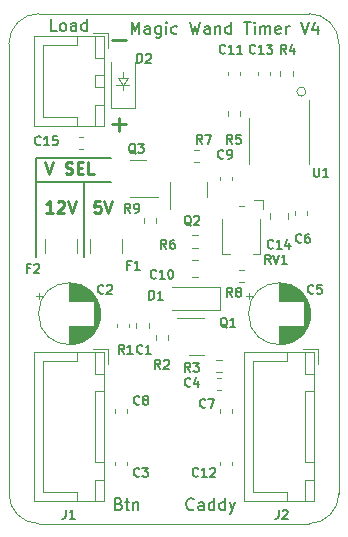
<source format=gbr>
%TF.GenerationSoftware,KiCad,Pcbnew,7.0.6*%
%TF.CreationDate,2024-05-19T20:46:52-05:00*%
%TF.ProjectId,Magic_Wand_Timer,4d616769-635f-4576-916e-645f54696d65,rev?*%
%TF.SameCoordinates,Original*%
%TF.FileFunction,Legend,Top*%
%TF.FilePolarity,Positive*%
%FSLAX46Y46*%
G04 Gerber Fmt 4.6, Leading zero omitted, Abs format (unit mm)*
G04 Created by KiCad (PCBNEW 7.0.6) date 2024-05-19 20:46:52*
%MOMM*%
%LPD*%
G01*
G04 APERTURE LIST*
%ADD10C,0.150000*%
%ADD11C,0.254000*%
%ADD12C,0.127000*%
%ADD13C,0.120000*%
%ADD14C,0.100000*%
%TA.AperFunction,Profile*%
%ADD15C,0.100000*%
%TD*%
G04 APERTURE END LIST*
D10*
X154686000Y-96012000D02*
X161036000Y-96012000D01*
X158750000Y-98044000D02*
X158750000Y-104394000D01*
X154686000Y-98044000D02*
X161036000Y-98044000D01*
X154686000Y-96012000D02*
X154686000Y-104394000D01*
X162783238Y-85544819D02*
X162783238Y-84544819D01*
X162783238Y-84544819D02*
X163116571Y-85259104D01*
X163116571Y-85259104D02*
X163449904Y-84544819D01*
X163449904Y-84544819D02*
X163449904Y-85544819D01*
X164354666Y-85544819D02*
X164354666Y-85021009D01*
X164354666Y-85021009D02*
X164307047Y-84925771D01*
X164307047Y-84925771D02*
X164211809Y-84878152D01*
X164211809Y-84878152D02*
X164021333Y-84878152D01*
X164021333Y-84878152D02*
X163926095Y-84925771D01*
X164354666Y-85497200D02*
X164259428Y-85544819D01*
X164259428Y-85544819D02*
X164021333Y-85544819D01*
X164021333Y-85544819D02*
X163926095Y-85497200D01*
X163926095Y-85497200D02*
X163878476Y-85401961D01*
X163878476Y-85401961D02*
X163878476Y-85306723D01*
X163878476Y-85306723D02*
X163926095Y-85211485D01*
X163926095Y-85211485D02*
X164021333Y-85163866D01*
X164021333Y-85163866D02*
X164259428Y-85163866D01*
X164259428Y-85163866D02*
X164354666Y-85116247D01*
X165259428Y-84878152D02*
X165259428Y-85687676D01*
X165259428Y-85687676D02*
X165211809Y-85782914D01*
X165211809Y-85782914D02*
X165164190Y-85830533D01*
X165164190Y-85830533D02*
X165068952Y-85878152D01*
X165068952Y-85878152D02*
X164926095Y-85878152D01*
X164926095Y-85878152D02*
X164830857Y-85830533D01*
X165259428Y-85497200D02*
X165164190Y-85544819D01*
X165164190Y-85544819D02*
X164973714Y-85544819D01*
X164973714Y-85544819D02*
X164878476Y-85497200D01*
X164878476Y-85497200D02*
X164830857Y-85449580D01*
X164830857Y-85449580D02*
X164783238Y-85354342D01*
X164783238Y-85354342D02*
X164783238Y-85068628D01*
X164783238Y-85068628D02*
X164830857Y-84973390D01*
X164830857Y-84973390D02*
X164878476Y-84925771D01*
X164878476Y-84925771D02*
X164973714Y-84878152D01*
X164973714Y-84878152D02*
X165164190Y-84878152D01*
X165164190Y-84878152D02*
X165259428Y-84925771D01*
X165735619Y-85544819D02*
X165735619Y-84878152D01*
X165735619Y-84544819D02*
X165688000Y-84592438D01*
X165688000Y-84592438D02*
X165735619Y-84640057D01*
X165735619Y-84640057D02*
X165783238Y-84592438D01*
X165783238Y-84592438D02*
X165735619Y-84544819D01*
X165735619Y-84544819D02*
X165735619Y-84640057D01*
X166640380Y-85497200D02*
X166545142Y-85544819D01*
X166545142Y-85544819D02*
X166354666Y-85544819D01*
X166354666Y-85544819D02*
X166259428Y-85497200D01*
X166259428Y-85497200D02*
X166211809Y-85449580D01*
X166211809Y-85449580D02*
X166164190Y-85354342D01*
X166164190Y-85354342D02*
X166164190Y-85068628D01*
X166164190Y-85068628D02*
X166211809Y-84973390D01*
X166211809Y-84973390D02*
X166259428Y-84925771D01*
X166259428Y-84925771D02*
X166354666Y-84878152D01*
X166354666Y-84878152D02*
X166545142Y-84878152D01*
X166545142Y-84878152D02*
X166640380Y-84925771D01*
X167735619Y-84544819D02*
X167973714Y-85544819D01*
X167973714Y-85544819D02*
X168164190Y-84830533D01*
X168164190Y-84830533D02*
X168354666Y-85544819D01*
X168354666Y-85544819D02*
X168592762Y-84544819D01*
X169402285Y-85544819D02*
X169402285Y-85021009D01*
X169402285Y-85021009D02*
X169354666Y-84925771D01*
X169354666Y-84925771D02*
X169259428Y-84878152D01*
X169259428Y-84878152D02*
X169068952Y-84878152D01*
X169068952Y-84878152D02*
X168973714Y-84925771D01*
X169402285Y-85497200D02*
X169307047Y-85544819D01*
X169307047Y-85544819D02*
X169068952Y-85544819D01*
X169068952Y-85544819D02*
X168973714Y-85497200D01*
X168973714Y-85497200D02*
X168926095Y-85401961D01*
X168926095Y-85401961D02*
X168926095Y-85306723D01*
X168926095Y-85306723D02*
X168973714Y-85211485D01*
X168973714Y-85211485D02*
X169068952Y-85163866D01*
X169068952Y-85163866D02*
X169307047Y-85163866D01*
X169307047Y-85163866D02*
X169402285Y-85116247D01*
X169878476Y-84878152D02*
X169878476Y-85544819D01*
X169878476Y-84973390D02*
X169926095Y-84925771D01*
X169926095Y-84925771D02*
X170021333Y-84878152D01*
X170021333Y-84878152D02*
X170164190Y-84878152D01*
X170164190Y-84878152D02*
X170259428Y-84925771D01*
X170259428Y-84925771D02*
X170307047Y-85021009D01*
X170307047Y-85021009D02*
X170307047Y-85544819D01*
X171211809Y-85544819D02*
X171211809Y-84544819D01*
X171211809Y-85497200D02*
X171116571Y-85544819D01*
X171116571Y-85544819D02*
X170926095Y-85544819D01*
X170926095Y-85544819D02*
X170830857Y-85497200D01*
X170830857Y-85497200D02*
X170783238Y-85449580D01*
X170783238Y-85449580D02*
X170735619Y-85354342D01*
X170735619Y-85354342D02*
X170735619Y-85068628D01*
X170735619Y-85068628D02*
X170783238Y-84973390D01*
X170783238Y-84973390D02*
X170830857Y-84925771D01*
X170830857Y-84925771D02*
X170926095Y-84878152D01*
X170926095Y-84878152D02*
X171116571Y-84878152D01*
X171116571Y-84878152D02*
X171211809Y-84925771D01*
X172307048Y-84544819D02*
X172878476Y-84544819D01*
X172592762Y-85544819D02*
X172592762Y-84544819D01*
X173211810Y-85544819D02*
X173211810Y-84878152D01*
X173211810Y-84544819D02*
X173164191Y-84592438D01*
X173164191Y-84592438D02*
X173211810Y-84640057D01*
X173211810Y-84640057D02*
X173259429Y-84592438D01*
X173259429Y-84592438D02*
X173211810Y-84544819D01*
X173211810Y-84544819D02*
X173211810Y-84640057D01*
X173688000Y-85544819D02*
X173688000Y-84878152D01*
X173688000Y-84973390D02*
X173735619Y-84925771D01*
X173735619Y-84925771D02*
X173830857Y-84878152D01*
X173830857Y-84878152D02*
X173973714Y-84878152D01*
X173973714Y-84878152D02*
X174068952Y-84925771D01*
X174068952Y-84925771D02*
X174116571Y-85021009D01*
X174116571Y-85021009D02*
X174116571Y-85544819D01*
X174116571Y-85021009D02*
X174164190Y-84925771D01*
X174164190Y-84925771D02*
X174259428Y-84878152D01*
X174259428Y-84878152D02*
X174402285Y-84878152D01*
X174402285Y-84878152D02*
X174497524Y-84925771D01*
X174497524Y-84925771D02*
X174545143Y-85021009D01*
X174545143Y-85021009D02*
X174545143Y-85544819D01*
X175402285Y-85497200D02*
X175307047Y-85544819D01*
X175307047Y-85544819D02*
X175116571Y-85544819D01*
X175116571Y-85544819D02*
X175021333Y-85497200D01*
X175021333Y-85497200D02*
X174973714Y-85401961D01*
X174973714Y-85401961D02*
X174973714Y-85021009D01*
X174973714Y-85021009D02*
X175021333Y-84925771D01*
X175021333Y-84925771D02*
X175116571Y-84878152D01*
X175116571Y-84878152D02*
X175307047Y-84878152D01*
X175307047Y-84878152D02*
X175402285Y-84925771D01*
X175402285Y-84925771D02*
X175449904Y-85021009D01*
X175449904Y-85021009D02*
X175449904Y-85116247D01*
X175449904Y-85116247D02*
X174973714Y-85211485D01*
X175878476Y-85544819D02*
X175878476Y-84878152D01*
X175878476Y-85068628D02*
X175926095Y-84973390D01*
X175926095Y-84973390D02*
X175973714Y-84925771D01*
X175973714Y-84925771D02*
X176068952Y-84878152D01*
X176068952Y-84878152D02*
X176164190Y-84878152D01*
X177116572Y-84544819D02*
X177449905Y-85544819D01*
X177449905Y-85544819D02*
X177783238Y-84544819D01*
X178545143Y-84878152D02*
X178545143Y-85544819D01*
X178307048Y-84497200D02*
X178068953Y-85211485D01*
X178068953Y-85211485D02*
X178688000Y-85211485D01*
X156432380Y-85290819D02*
X155956190Y-85290819D01*
X155956190Y-85290819D02*
X155956190Y-84290819D01*
X156908571Y-85290819D02*
X156813333Y-85243200D01*
X156813333Y-85243200D02*
X156765714Y-85195580D01*
X156765714Y-85195580D02*
X156718095Y-85100342D01*
X156718095Y-85100342D02*
X156718095Y-84814628D01*
X156718095Y-84814628D02*
X156765714Y-84719390D01*
X156765714Y-84719390D02*
X156813333Y-84671771D01*
X156813333Y-84671771D02*
X156908571Y-84624152D01*
X156908571Y-84624152D02*
X157051428Y-84624152D01*
X157051428Y-84624152D02*
X157146666Y-84671771D01*
X157146666Y-84671771D02*
X157194285Y-84719390D01*
X157194285Y-84719390D02*
X157241904Y-84814628D01*
X157241904Y-84814628D02*
X157241904Y-85100342D01*
X157241904Y-85100342D02*
X157194285Y-85195580D01*
X157194285Y-85195580D02*
X157146666Y-85243200D01*
X157146666Y-85243200D02*
X157051428Y-85290819D01*
X157051428Y-85290819D02*
X156908571Y-85290819D01*
X158099047Y-85290819D02*
X158099047Y-84767009D01*
X158099047Y-84767009D02*
X158051428Y-84671771D01*
X158051428Y-84671771D02*
X157956190Y-84624152D01*
X157956190Y-84624152D02*
X157765714Y-84624152D01*
X157765714Y-84624152D02*
X157670476Y-84671771D01*
X158099047Y-85243200D02*
X158003809Y-85290819D01*
X158003809Y-85290819D02*
X157765714Y-85290819D01*
X157765714Y-85290819D02*
X157670476Y-85243200D01*
X157670476Y-85243200D02*
X157622857Y-85147961D01*
X157622857Y-85147961D02*
X157622857Y-85052723D01*
X157622857Y-85052723D02*
X157670476Y-84957485D01*
X157670476Y-84957485D02*
X157765714Y-84909866D01*
X157765714Y-84909866D02*
X158003809Y-84909866D01*
X158003809Y-84909866D02*
X158099047Y-84862247D01*
X159003809Y-85290819D02*
X159003809Y-84290819D01*
X159003809Y-85243200D02*
X158908571Y-85290819D01*
X158908571Y-85290819D02*
X158718095Y-85290819D01*
X158718095Y-85290819D02*
X158622857Y-85243200D01*
X158622857Y-85243200D02*
X158575238Y-85195580D01*
X158575238Y-85195580D02*
X158527619Y-85100342D01*
X158527619Y-85100342D02*
X158527619Y-84814628D01*
X158527619Y-84814628D02*
X158575238Y-84719390D01*
X158575238Y-84719390D02*
X158622857Y-84671771D01*
X158622857Y-84671771D02*
X158718095Y-84624152D01*
X158718095Y-84624152D02*
X158908571Y-84624152D01*
X158908571Y-84624152D02*
X159003809Y-84671771D01*
D11*
X155457866Y-96382452D02*
X155796533Y-97398452D01*
X155796533Y-97398452D02*
X156135200Y-96382452D01*
X157199580Y-97350072D02*
X157344723Y-97398452D01*
X157344723Y-97398452D02*
X157586628Y-97398452D01*
X157586628Y-97398452D02*
X157683390Y-97350072D01*
X157683390Y-97350072D02*
X157731771Y-97301691D01*
X157731771Y-97301691D02*
X157780152Y-97204929D01*
X157780152Y-97204929D02*
X157780152Y-97108167D01*
X157780152Y-97108167D02*
X157731771Y-97011405D01*
X157731771Y-97011405D02*
X157683390Y-96963024D01*
X157683390Y-96963024D02*
X157586628Y-96914643D01*
X157586628Y-96914643D02*
X157393104Y-96866262D01*
X157393104Y-96866262D02*
X157296342Y-96817881D01*
X157296342Y-96817881D02*
X157247961Y-96769500D01*
X157247961Y-96769500D02*
X157199580Y-96672738D01*
X157199580Y-96672738D02*
X157199580Y-96575976D01*
X157199580Y-96575976D02*
X157247961Y-96479214D01*
X157247961Y-96479214D02*
X157296342Y-96430833D01*
X157296342Y-96430833D02*
X157393104Y-96382452D01*
X157393104Y-96382452D02*
X157635009Y-96382452D01*
X157635009Y-96382452D02*
X157780152Y-96430833D01*
X158215580Y-96866262D02*
X158554247Y-96866262D01*
X158699390Y-97398452D02*
X158215580Y-97398452D01*
X158215580Y-97398452D02*
X158215580Y-96382452D01*
X158215580Y-96382452D02*
X158699390Y-96382452D01*
X159618628Y-97398452D02*
X159134818Y-97398452D01*
X159134818Y-97398452D02*
X159134818Y-96382452D01*
X156135200Y-100700452D02*
X155554628Y-100700452D01*
X155844914Y-100700452D02*
X155844914Y-99684452D01*
X155844914Y-99684452D02*
X155748152Y-99829595D01*
X155748152Y-99829595D02*
X155651390Y-99926357D01*
X155651390Y-99926357D02*
X155554628Y-99974738D01*
X156522247Y-99781214D02*
X156570628Y-99732833D01*
X156570628Y-99732833D02*
X156667390Y-99684452D01*
X156667390Y-99684452D02*
X156909295Y-99684452D01*
X156909295Y-99684452D02*
X157006057Y-99732833D01*
X157006057Y-99732833D02*
X157054438Y-99781214D01*
X157054438Y-99781214D02*
X157102819Y-99877976D01*
X157102819Y-99877976D02*
X157102819Y-99974738D01*
X157102819Y-99974738D02*
X157054438Y-100119881D01*
X157054438Y-100119881D02*
X156473866Y-100700452D01*
X156473866Y-100700452D02*
X157102819Y-100700452D01*
X157393104Y-99684452D02*
X157731771Y-100700452D01*
X157731771Y-100700452D02*
X158070438Y-99684452D01*
X160150819Y-99684452D02*
X159667009Y-99684452D01*
X159667009Y-99684452D02*
X159618628Y-100168262D01*
X159618628Y-100168262D02*
X159667009Y-100119881D01*
X159667009Y-100119881D02*
X159763771Y-100071500D01*
X159763771Y-100071500D02*
X160005676Y-100071500D01*
X160005676Y-100071500D02*
X160102438Y-100119881D01*
X160102438Y-100119881D02*
X160150819Y-100168262D01*
X160150819Y-100168262D02*
X160199200Y-100265024D01*
X160199200Y-100265024D02*
X160199200Y-100506929D01*
X160199200Y-100506929D02*
X160150819Y-100603691D01*
X160150819Y-100603691D02*
X160102438Y-100652072D01*
X160102438Y-100652072D02*
X160005676Y-100700452D01*
X160005676Y-100700452D02*
X159763771Y-100700452D01*
X159763771Y-100700452D02*
X159667009Y-100652072D01*
X159667009Y-100652072D02*
X159618628Y-100603691D01*
X160489485Y-99684452D02*
X160828152Y-100700452D01*
X160828152Y-100700452D02*
X161166819Y-99684452D01*
X162284037Y-93199712D02*
X161122895Y-93199712D01*
X161703466Y-93780283D02*
X161703466Y-92619140D01*
X162284037Y-86087712D02*
X161122895Y-86087712D01*
D10*
X161706112Y-125330009D02*
X161848969Y-125377628D01*
X161848969Y-125377628D02*
X161896588Y-125425247D01*
X161896588Y-125425247D02*
X161944207Y-125520485D01*
X161944207Y-125520485D02*
X161944207Y-125663342D01*
X161944207Y-125663342D02*
X161896588Y-125758580D01*
X161896588Y-125758580D02*
X161848969Y-125806200D01*
X161848969Y-125806200D02*
X161753731Y-125853819D01*
X161753731Y-125853819D02*
X161372779Y-125853819D01*
X161372779Y-125853819D02*
X161372779Y-124853819D01*
X161372779Y-124853819D02*
X161706112Y-124853819D01*
X161706112Y-124853819D02*
X161801350Y-124901438D01*
X161801350Y-124901438D02*
X161848969Y-124949057D01*
X161848969Y-124949057D02*
X161896588Y-125044295D01*
X161896588Y-125044295D02*
X161896588Y-125139533D01*
X161896588Y-125139533D02*
X161848969Y-125234771D01*
X161848969Y-125234771D02*
X161801350Y-125282390D01*
X161801350Y-125282390D02*
X161706112Y-125330009D01*
X161706112Y-125330009D02*
X161372779Y-125330009D01*
X162229922Y-125187152D02*
X162610874Y-125187152D01*
X162372779Y-124853819D02*
X162372779Y-125710961D01*
X162372779Y-125710961D02*
X162420398Y-125806200D01*
X162420398Y-125806200D02*
X162515636Y-125853819D01*
X162515636Y-125853819D02*
X162610874Y-125853819D01*
X162944208Y-125187152D02*
X162944208Y-125853819D01*
X162944208Y-125282390D02*
X162991827Y-125234771D01*
X162991827Y-125234771D02*
X163087065Y-125187152D01*
X163087065Y-125187152D02*
X163229922Y-125187152D01*
X163229922Y-125187152D02*
X163325160Y-125234771D01*
X163325160Y-125234771D02*
X163372779Y-125330009D01*
X163372779Y-125330009D02*
X163372779Y-125853819D01*
X168040207Y-125758580D02*
X167992588Y-125806200D01*
X167992588Y-125806200D02*
X167849731Y-125853819D01*
X167849731Y-125853819D02*
X167754493Y-125853819D01*
X167754493Y-125853819D02*
X167611636Y-125806200D01*
X167611636Y-125806200D02*
X167516398Y-125710961D01*
X167516398Y-125710961D02*
X167468779Y-125615723D01*
X167468779Y-125615723D02*
X167421160Y-125425247D01*
X167421160Y-125425247D02*
X167421160Y-125282390D01*
X167421160Y-125282390D02*
X167468779Y-125091914D01*
X167468779Y-125091914D02*
X167516398Y-124996676D01*
X167516398Y-124996676D02*
X167611636Y-124901438D01*
X167611636Y-124901438D02*
X167754493Y-124853819D01*
X167754493Y-124853819D02*
X167849731Y-124853819D01*
X167849731Y-124853819D02*
X167992588Y-124901438D01*
X167992588Y-124901438D02*
X168040207Y-124949057D01*
X168897350Y-125853819D02*
X168897350Y-125330009D01*
X168897350Y-125330009D02*
X168849731Y-125234771D01*
X168849731Y-125234771D02*
X168754493Y-125187152D01*
X168754493Y-125187152D02*
X168564017Y-125187152D01*
X168564017Y-125187152D02*
X168468779Y-125234771D01*
X168897350Y-125806200D02*
X168802112Y-125853819D01*
X168802112Y-125853819D02*
X168564017Y-125853819D01*
X168564017Y-125853819D02*
X168468779Y-125806200D01*
X168468779Y-125806200D02*
X168421160Y-125710961D01*
X168421160Y-125710961D02*
X168421160Y-125615723D01*
X168421160Y-125615723D02*
X168468779Y-125520485D01*
X168468779Y-125520485D02*
X168564017Y-125472866D01*
X168564017Y-125472866D02*
X168802112Y-125472866D01*
X168802112Y-125472866D02*
X168897350Y-125425247D01*
X169802112Y-125853819D02*
X169802112Y-124853819D01*
X169802112Y-125806200D02*
X169706874Y-125853819D01*
X169706874Y-125853819D02*
X169516398Y-125853819D01*
X169516398Y-125853819D02*
X169421160Y-125806200D01*
X169421160Y-125806200D02*
X169373541Y-125758580D01*
X169373541Y-125758580D02*
X169325922Y-125663342D01*
X169325922Y-125663342D02*
X169325922Y-125377628D01*
X169325922Y-125377628D02*
X169373541Y-125282390D01*
X169373541Y-125282390D02*
X169421160Y-125234771D01*
X169421160Y-125234771D02*
X169516398Y-125187152D01*
X169516398Y-125187152D02*
X169706874Y-125187152D01*
X169706874Y-125187152D02*
X169802112Y-125234771D01*
X170706874Y-125853819D02*
X170706874Y-124853819D01*
X170706874Y-125806200D02*
X170611636Y-125853819D01*
X170611636Y-125853819D02*
X170421160Y-125853819D01*
X170421160Y-125853819D02*
X170325922Y-125806200D01*
X170325922Y-125806200D02*
X170278303Y-125758580D01*
X170278303Y-125758580D02*
X170230684Y-125663342D01*
X170230684Y-125663342D02*
X170230684Y-125377628D01*
X170230684Y-125377628D02*
X170278303Y-125282390D01*
X170278303Y-125282390D02*
X170325922Y-125234771D01*
X170325922Y-125234771D02*
X170421160Y-125187152D01*
X170421160Y-125187152D02*
X170611636Y-125187152D01*
X170611636Y-125187152D02*
X170706874Y-125234771D01*
X171087827Y-125187152D02*
X171325922Y-125853819D01*
X171564017Y-125187152D02*
X171325922Y-125853819D01*
X171325922Y-125853819D02*
X171230684Y-126091914D01*
X171230684Y-126091914D02*
X171183065Y-126139533D01*
X171183065Y-126139533D02*
X171087827Y-126187152D01*
D12*
X171323000Y-94833911D02*
X171069000Y-94471054D01*
X170887571Y-94833911D02*
X170887571Y-94071911D01*
X170887571Y-94071911D02*
X171177857Y-94071911D01*
X171177857Y-94071911D02*
X171250428Y-94108197D01*
X171250428Y-94108197D02*
X171286714Y-94144483D01*
X171286714Y-94144483D02*
X171323000Y-94217054D01*
X171323000Y-94217054D02*
X171323000Y-94325911D01*
X171323000Y-94325911D02*
X171286714Y-94398483D01*
X171286714Y-94398483D02*
X171250428Y-94434768D01*
X171250428Y-94434768D02*
X171177857Y-94471054D01*
X171177857Y-94471054D02*
X170887571Y-94471054D01*
X172012428Y-94071911D02*
X171649571Y-94071911D01*
X171649571Y-94071911D02*
X171613285Y-94434768D01*
X171613285Y-94434768D02*
X171649571Y-94398483D01*
X171649571Y-94398483D02*
X171722143Y-94362197D01*
X171722143Y-94362197D02*
X171903571Y-94362197D01*
X171903571Y-94362197D02*
X171976143Y-94398483D01*
X171976143Y-94398483D02*
X172012428Y-94434768D01*
X172012428Y-94434768D02*
X172048714Y-94507340D01*
X172048714Y-94507340D02*
X172048714Y-94688768D01*
X172048714Y-94688768D02*
X172012428Y-94761340D01*
X172012428Y-94761340D02*
X171976143Y-94797626D01*
X171976143Y-94797626D02*
X171903571Y-94833911D01*
X171903571Y-94833911D02*
X171722143Y-94833911D01*
X171722143Y-94833911D02*
X171649571Y-94797626D01*
X171649571Y-94797626D02*
X171613285Y-94761340D01*
X174770143Y-103651340D02*
X174733857Y-103687626D01*
X174733857Y-103687626D02*
X174625000Y-103723911D01*
X174625000Y-103723911D02*
X174552428Y-103723911D01*
X174552428Y-103723911D02*
X174443571Y-103687626D01*
X174443571Y-103687626D02*
X174371000Y-103615054D01*
X174371000Y-103615054D02*
X174334714Y-103542483D01*
X174334714Y-103542483D02*
X174298428Y-103397340D01*
X174298428Y-103397340D02*
X174298428Y-103288483D01*
X174298428Y-103288483D02*
X174334714Y-103143340D01*
X174334714Y-103143340D02*
X174371000Y-103070768D01*
X174371000Y-103070768D02*
X174443571Y-102998197D01*
X174443571Y-102998197D02*
X174552428Y-102961911D01*
X174552428Y-102961911D02*
X174625000Y-102961911D01*
X174625000Y-102961911D02*
X174733857Y-102998197D01*
X174733857Y-102998197D02*
X174770143Y-103034483D01*
X175495857Y-103723911D02*
X175060428Y-103723911D01*
X175278143Y-103723911D02*
X175278143Y-102961911D01*
X175278143Y-102961911D02*
X175205571Y-103070768D01*
X175205571Y-103070768D02*
X175133000Y-103143340D01*
X175133000Y-103143340D02*
X175060428Y-103179626D01*
X176149000Y-103215911D02*
X176149000Y-103723911D01*
X175967571Y-102925626D02*
X175786142Y-103469911D01*
X175786142Y-103469911D02*
X176257857Y-103469911D01*
X170706143Y-87141340D02*
X170669857Y-87177626D01*
X170669857Y-87177626D02*
X170561000Y-87213911D01*
X170561000Y-87213911D02*
X170488428Y-87213911D01*
X170488428Y-87213911D02*
X170379571Y-87177626D01*
X170379571Y-87177626D02*
X170307000Y-87105054D01*
X170307000Y-87105054D02*
X170270714Y-87032483D01*
X170270714Y-87032483D02*
X170234428Y-86887340D01*
X170234428Y-86887340D02*
X170234428Y-86778483D01*
X170234428Y-86778483D02*
X170270714Y-86633340D01*
X170270714Y-86633340D02*
X170307000Y-86560768D01*
X170307000Y-86560768D02*
X170379571Y-86488197D01*
X170379571Y-86488197D02*
X170488428Y-86451911D01*
X170488428Y-86451911D02*
X170561000Y-86451911D01*
X170561000Y-86451911D02*
X170669857Y-86488197D01*
X170669857Y-86488197D02*
X170706143Y-86524483D01*
X171431857Y-87213911D02*
X170996428Y-87213911D01*
X171214143Y-87213911D02*
X171214143Y-86451911D01*
X171214143Y-86451911D02*
X171141571Y-86560768D01*
X171141571Y-86560768D02*
X171069000Y-86633340D01*
X171069000Y-86633340D02*
X170996428Y-86669626D01*
X172157571Y-87213911D02*
X171722142Y-87213911D01*
X171939857Y-87213911D02*
X171939857Y-86451911D01*
X171939857Y-86451911D02*
X171867285Y-86560768D01*
X171867285Y-86560768D02*
X171794714Y-86633340D01*
X171794714Y-86633340D02*
X171722142Y-86669626D01*
X163122428Y-95668483D02*
X163049857Y-95632197D01*
X163049857Y-95632197D02*
X162977285Y-95559626D01*
X162977285Y-95559626D02*
X162868428Y-95450768D01*
X162868428Y-95450768D02*
X162795857Y-95414483D01*
X162795857Y-95414483D02*
X162723285Y-95414483D01*
X162759571Y-95595911D02*
X162687000Y-95559626D01*
X162687000Y-95559626D02*
X162614428Y-95487054D01*
X162614428Y-95487054D02*
X162578142Y-95341911D01*
X162578142Y-95341911D02*
X162578142Y-95087911D01*
X162578142Y-95087911D02*
X162614428Y-94942768D01*
X162614428Y-94942768D02*
X162687000Y-94870197D01*
X162687000Y-94870197D02*
X162759571Y-94833911D01*
X162759571Y-94833911D02*
X162904714Y-94833911D01*
X162904714Y-94833911D02*
X162977285Y-94870197D01*
X162977285Y-94870197D02*
X163049857Y-94942768D01*
X163049857Y-94942768D02*
X163086142Y-95087911D01*
X163086142Y-95087911D02*
X163086142Y-95341911D01*
X163086142Y-95341911D02*
X163049857Y-95487054D01*
X163049857Y-95487054D02*
X162977285Y-95559626D01*
X162977285Y-95559626D02*
X162904714Y-95595911D01*
X162904714Y-95595911D02*
X162759571Y-95595911D01*
X163340143Y-94833911D02*
X163811857Y-94833911D01*
X163811857Y-94833911D02*
X163557857Y-95124197D01*
X163557857Y-95124197D02*
X163666714Y-95124197D01*
X163666714Y-95124197D02*
X163739286Y-95160483D01*
X163739286Y-95160483D02*
X163775571Y-95196768D01*
X163775571Y-95196768D02*
X163811857Y-95269340D01*
X163811857Y-95269340D02*
X163811857Y-95450768D01*
X163811857Y-95450768D02*
X163775571Y-95523340D01*
X163775571Y-95523340D02*
X163739286Y-95559626D01*
X163739286Y-95559626D02*
X163666714Y-95595911D01*
X163666714Y-95595911D02*
X163449000Y-95595911D01*
X163449000Y-95595911D02*
X163376428Y-95559626D01*
X163376428Y-95559626D02*
X163340143Y-95523340D01*
X170869428Y-110400483D02*
X170796857Y-110364197D01*
X170796857Y-110364197D02*
X170724285Y-110291626D01*
X170724285Y-110291626D02*
X170615428Y-110182768D01*
X170615428Y-110182768D02*
X170542857Y-110146483D01*
X170542857Y-110146483D02*
X170470285Y-110146483D01*
X170506571Y-110327911D02*
X170434000Y-110291626D01*
X170434000Y-110291626D02*
X170361428Y-110219054D01*
X170361428Y-110219054D02*
X170325142Y-110073911D01*
X170325142Y-110073911D02*
X170325142Y-109819911D01*
X170325142Y-109819911D02*
X170361428Y-109674768D01*
X170361428Y-109674768D02*
X170434000Y-109602197D01*
X170434000Y-109602197D02*
X170506571Y-109565911D01*
X170506571Y-109565911D02*
X170651714Y-109565911D01*
X170651714Y-109565911D02*
X170724285Y-109602197D01*
X170724285Y-109602197D02*
X170796857Y-109674768D01*
X170796857Y-109674768D02*
X170833142Y-109819911D01*
X170833142Y-109819911D02*
X170833142Y-110073911D01*
X170833142Y-110073911D02*
X170796857Y-110219054D01*
X170796857Y-110219054D02*
X170724285Y-110291626D01*
X170724285Y-110291626D02*
X170651714Y-110327911D01*
X170651714Y-110327911D02*
X170506571Y-110327911D01*
X171558857Y-110327911D02*
X171123428Y-110327911D01*
X171341143Y-110327911D02*
X171341143Y-109565911D01*
X171341143Y-109565911D02*
X171268571Y-109674768D01*
X171268571Y-109674768D02*
X171196000Y-109747340D01*
X171196000Y-109747340D02*
X171123428Y-109783626D01*
X167821428Y-101764483D02*
X167748857Y-101728197D01*
X167748857Y-101728197D02*
X167676285Y-101655626D01*
X167676285Y-101655626D02*
X167567428Y-101546768D01*
X167567428Y-101546768D02*
X167494857Y-101510483D01*
X167494857Y-101510483D02*
X167422285Y-101510483D01*
X167458571Y-101691911D02*
X167386000Y-101655626D01*
X167386000Y-101655626D02*
X167313428Y-101583054D01*
X167313428Y-101583054D02*
X167277142Y-101437911D01*
X167277142Y-101437911D02*
X167277142Y-101183911D01*
X167277142Y-101183911D02*
X167313428Y-101038768D01*
X167313428Y-101038768D02*
X167386000Y-100966197D01*
X167386000Y-100966197D02*
X167458571Y-100929911D01*
X167458571Y-100929911D02*
X167603714Y-100929911D01*
X167603714Y-100929911D02*
X167676285Y-100966197D01*
X167676285Y-100966197D02*
X167748857Y-101038768D01*
X167748857Y-101038768D02*
X167785142Y-101183911D01*
X167785142Y-101183911D02*
X167785142Y-101437911D01*
X167785142Y-101437911D02*
X167748857Y-101583054D01*
X167748857Y-101583054D02*
X167676285Y-101655626D01*
X167676285Y-101655626D02*
X167603714Y-101691911D01*
X167603714Y-101691911D02*
X167458571Y-101691911D01*
X168075428Y-101002483D02*
X168111714Y-100966197D01*
X168111714Y-100966197D02*
X168184286Y-100929911D01*
X168184286Y-100929911D02*
X168365714Y-100929911D01*
X168365714Y-100929911D02*
X168438286Y-100966197D01*
X168438286Y-100966197D02*
X168474571Y-101002483D01*
X168474571Y-101002483D02*
X168510857Y-101075054D01*
X168510857Y-101075054D02*
X168510857Y-101147626D01*
X168510857Y-101147626D02*
X168474571Y-101256483D01*
X168474571Y-101256483D02*
X168039143Y-101691911D01*
X168039143Y-101691911D02*
X168510857Y-101691911D01*
X157226000Y-125821911D02*
X157226000Y-126366197D01*
X157226000Y-126366197D02*
X157189715Y-126475054D01*
X157189715Y-126475054D02*
X157117143Y-126547626D01*
X157117143Y-126547626D02*
X157008286Y-126583911D01*
X157008286Y-126583911D02*
X156935715Y-126583911D01*
X157988000Y-126583911D02*
X157552571Y-126583911D01*
X157770286Y-126583911D02*
X157770286Y-125821911D01*
X157770286Y-125821911D02*
X157697714Y-125930768D01*
X157697714Y-125930768D02*
X157625143Y-126003340D01*
X157625143Y-126003340D02*
X157552571Y-126039626D01*
X171323000Y-107787911D02*
X171069000Y-107425054D01*
X170887571Y-107787911D02*
X170887571Y-107025911D01*
X170887571Y-107025911D02*
X171177857Y-107025911D01*
X171177857Y-107025911D02*
X171250428Y-107062197D01*
X171250428Y-107062197D02*
X171286714Y-107098483D01*
X171286714Y-107098483D02*
X171323000Y-107171054D01*
X171323000Y-107171054D02*
X171323000Y-107279911D01*
X171323000Y-107279911D02*
X171286714Y-107352483D01*
X171286714Y-107352483D02*
X171250428Y-107388768D01*
X171250428Y-107388768D02*
X171177857Y-107425054D01*
X171177857Y-107425054D02*
X170887571Y-107425054D01*
X171758428Y-107352483D02*
X171685857Y-107316197D01*
X171685857Y-107316197D02*
X171649571Y-107279911D01*
X171649571Y-107279911D02*
X171613285Y-107207340D01*
X171613285Y-107207340D02*
X171613285Y-107171054D01*
X171613285Y-107171054D02*
X171649571Y-107098483D01*
X171649571Y-107098483D02*
X171685857Y-107062197D01*
X171685857Y-107062197D02*
X171758428Y-107025911D01*
X171758428Y-107025911D02*
X171903571Y-107025911D01*
X171903571Y-107025911D02*
X171976143Y-107062197D01*
X171976143Y-107062197D02*
X172012428Y-107098483D01*
X172012428Y-107098483D02*
X172048714Y-107171054D01*
X172048714Y-107171054D02*
X172048714Y-107207340D01*
X172048714Y-107207340D02*
X172012428Y-107279911D01*
X172012428Y-107279911D02*
X171976143Y-107316197D01*
X171976143Y-107316197D02*
X171903571Y-107352483D01*
X171903571Y-107352483D02*
X171758428Y-107352483D01*
X171758428Y-107352483D02*
X171685857Y-107388768D01*
X171685857Y-107388768D02*
X171649571Y-107425054D01*
X171649571Y-107425054D02*
X171613285Y-107497626D01*
X171613285Y-107497626D02*
X171613285Y-107642768D01*
X171613285Y-107642768D02*
X171649571Y-107715340D01*
X171649571Y-107715340D02*
X171685857Y-107751626D01*
X171685857Y-107751626D02*
X171758428Y-107787911D01*
X171758428Y-107787911D02*
X171903571Y-107787911D01*
X171903571Y-107787911D02*
X171976143Y-107751626D01*
X171976143Y-107751626D02*
X172012428Y-107715340D01*
X172012428Y-107715340D02*
X172048714Y-107642768D01*
X172048714Y-107642768D02*
X172048714Y-107497626D01*
X172048714Y-107497626D02*
X172012428Y-107425054D01*
X172012428Y-107425054D02*
X171976143Y-107388768D01*
X171976143Y-107388768D02*
X171903571Y-107352483D01*
X163449000Y-116859340D02*
X163412714Y-116895626D01*
X163412714Y-116895626D02*
X163303857Y-116931911D01*
X163303857Y-116931911D02*
X163231285Y-116931911D01*
X163231285Y-116931911D02*
X163122428Y-116895626D01*
X163122428Y-116895626D02*
X163049857Y-116823054D01*
X163049857Y-116823054D02*
X163013571Y-116750483D01*
X163013571Y-116750483D02*
X162977285Y-116605340D01*
X162977285Y-116605340D02*
X162977285Y-116496483D01*
X162977285Y-116496483D02*
X163013571Y-116351340D01*
X163013571Y-116351340D02*
X163049857Y-116278768D01*
X163049857Y-116278768D02*
X163122428Y-116206197D01*
X163122428Y-116206197D02*
X163231285Y-116169911D01*
X163231285Y-116169911D02*
X163303857Y-116169911D01*
X163303857Y-116169911D02*
X163412714Y-116206197D01*
X163412714Y-116206197D02*
X163449000Y-116242483D01*
X163884428Y-116496483D02*
X163811857Y-116460197D01*
X163811857Y-116460197D02*
X163775571Y-116423911D01*
X163775571Y-116423911D02*
X163739285Y-116351340D01*
X163739285Y-116351340D02*
X163739285Y-116315054D01*
X163739285Y-116315054D02*
X163775571Y-116242483D01*
X163775571Y-116242483D02*
X163811857Y-116206197D01*
X163811857Y-116206197D02*
X163884428Y-116169911D01*
X163884428Y-116169911D02*
X164029571Y-116169911D01*
X164029571Y-116169911D02*
X164102143Y-116206197D01*
X164102143Y-116206197D02*
X164138428Y-116242483D01*
X164138428Y-116242483D02*
X164174714Y-116315054D01*
X164174714Y-116315054D02*
X164174714Y-116351340D01*
X164174714Y-116351340D02*
X164138428Y-116423911D01*
X164138428Y-116423911D02*
X164102143Y-116460197D01*
X164102143Y-116460197D02*
X164029571Y-116496483D01*
X164029571Y-116496483D02*
X163884428Y-116496483D01*
X163884428Y-116496483D02*
X163811857Y-116532768D01*
X163811857Y-116532768D02*
X163775571Y-116569054D01*
X163775571Y-116569054D02*
X163739285Y-116641626D01*
X163739285Y-116641626D02*
X163739285Y-116786768D01*
X163739285Y-116786768D02*
X163775571Y-116859340D01*
X163775571Y-116859340D02*
X163811857Y-116895626D01*
X163811857Y-116895626D02*
X163884428Y-116931911D01*
X163884428Y-116931911D02*
X164029571Y-116931911D01*
X164029571Y-116931911D02*
X164102143Y-116895626D01*
X164102143Y-116895626D02*
X164138428Y-116859340D01*
X164138428Y-116859340D02*
X164174714Y-116786768D01*
X164174714Y-116786768D02*
X164174714Y-116641626D01*
X164174714Y-116641626D02*
X164138428Y-116569054D01*
X164138428Y-116569054D02*
X164102143Y-116532768D01*
X164102143Y-116532768D02*
X164029571Y-116496483D01*
X167767000Y-115335340D02*
X167730714Y-115371626D01*
X167730714Y-115371626D02*
X167621857Y-115407911D01*
X167621857Y-115407911D02*
X167549285Y-115407911D01*
X167549285Y-115407911D02*
X167440428Y-115371626D01*
X167440428Y-115371626D02*
X167367857Y-115299054D01*
X167367857Y-115299054D02*
X167331571Y-115226483D01*
X167331571Y-115226483D02*
X167295285Y-115081340D01*
X167295285Y-115081340D02*
X167295285Y-114972483D01*
X167295285Y-114972483D02*
X167331571Y-114827340D01*
X167331571Y-114827340D02*
X167367857Y-114754768D01*
X167367857Y-114754768D02*
X167440428Y-114682197D01*
X167440428Y-114682197D02*
X167549285Y-114645911D01*
X167549285Y-114645911D02*
X167621857Y-114645911D01*
X167621857Y-114645911D02*
X167730714Y-114682197D01*
X167730714Y-114682197D02*
X167767000Y-114718483D01*
X168420143Y-114899911D02*
X168420143Y-115407911D01*
X168238714Y-114609626D02*
X168057285Y-115153911D01*
X168057285Y-115153911D02*
X168529000Y-115153911D01*
X173246143Y-87141340D02*
X173209857Y-87177626D01*
X173209857Y-87177626D02*
X173101000Y-87213911D01*
X173101000Y-87213911D02*
X173028428Y-87213911D01*
X173028428Y-87213911D02*
X172919571Y-87177626D01*
X172919571Y-87177626D02*
X172847000Y-87105054D01*
X172847000Y-87105054D02*
X172810714Y-87032483D01*
X172810714Y-87032483D02*
X172774428Y-86887340D01*
X172774428Y-86887340D02*
X172774428Y-86778483D01*
X172774428Y-86778483D02*
X172810714Y-86633340D01*
X172810714Y-86633340D02*
X172847000Y-86560768D01*
X172847000Y-86560768D02*
X172919571Y-86488197D01*
X172919571Y-86488197D02*
X173028428Y-86451911D01*
X173028428Y-86451911D02*
X173101000Y-86451911D01*
X173101000Y-86451911D02*
X173209857Y-86488197D01*
X173209857Y-86488197D02*
X173246143Y-86524483D01*
X173971857Y-87213911D02*
X173536428Y-87213911D01*
X173754143Y-87213911D02*
X173754143Y-86451911D01*
X173754143Y-86451911D02*
X173681571Y-86560768D01*
X173681571Y-86560768D02*
X173609000Y-86633340D01*
X173609000Y-86633340D02*
X173536428Y-86669626D01*
X174225857Y-86451911D02*
X174697571Y-86451911D01*
X174697571Y-86451911D02*
X174443571Y-86742197D01*
X174443571Y-86742197D02*
X174552428Y-86742197D01*
X174552428Y-86742197D02*
X174625000Y-86778483D01*
X174625000Y-86778483D02*
X174661285Y-86814768D01*
X174661285Y-86814768D02*
X174697571Y-86887340D01*
X174697571Y-86887340D02*
X174697571Y-87068768D01*
X174697571Y-87068768D02*
X174661285Y-87141340D01*
X174661285Y-87141340D02*
X174625000Y-87177626D01*
X174625000Y-87177626D02*
X174552428Y-87213911D01*
X174552428Y-87213911D02*
X174334714Y-87213911D01*
X174334714Y-87213911D02*
X174262142Y-87177626D01*
X174262142Y-87177626D02*
X174225857Y-87141340D01*
X178181000Y-107461340D02*
X178144714Y-107497626D01*
X178144714Y-107497626D02*
X178035857Y-107533911D01*
X178035857Y-107533911D02*
X177963285Y-107533911D01*
X177963285Y-107533911D02*
X177854428Y-107497626D01*
X177854428Y-107497626D02*
X177781857Y-107425054D01*
X177781857Y-107425054D02*
X177745571Y-107352483D01*
X177745571Y-107352483D02*
X177709285Y-107207340D01*
X177709285Y-107207340D02*
X177709285Y-107098483D01*
X177709285Y-107098483D02*
X177745571Y-106953340D01*
X177745571Y-106953340D02*
X177781857Y-106880768D01*
X177781857Y-106880768D02*
X177854428Y-106808197D01*
X177854428Y-106808197D02*
X177963285Y-106771911D01*
X177963285Y-106771911D02*
X178035857Y-106771911D01*
X178035857Y-106771911D02*
X178144714Y-106808197D01*
X178144714Y-106808197D02*
X178181000Y-106844483D01*
X178870428Y-106771911D02*
X178507571Y-106771911D01*
X178507571Y-106771911D02*
X178471285Y-107134768D01*
X178471285Y-107134768D02*
X178507571Y-107098483D01*
X178507571Y-107098483D02*
X178580143Y-107062197D01*
X178580143Y-107062197D02*
X178761571Y-107062197D01*
X178761571Y-107062197D02*
X178834143Y-107098483D01*
X178834143Y-107098483D02*
X178870428Y-107134768D01*
X178870428Y-107134768D02*
X178906714Y-107207340D01*
X178906714Y-107207340D02*
X178906714Y-107388768D01*
X178906714Y-107388768D02*
X178870428Y-107461340D01*
X178870428Y-107461340D02*
X178834143Y-107497626D01*
X178834143Y-107497626D02*
X178761571Y-107533911D01*
X178761571Y-107533911D02*
X178580143Y-107533911D01*
X178580143Y-107533911D02*
X178507571Y-107497626D01*
X178507571Y-107497626D02*
X178471285Y-107461340D01*
X163267571Y-87975911D02*
X163267571Y-87213911D01*
X163267571Y-87213911D02*
X163449000Y-87213911D01*
X163449000Y-87213911D02*
X163557857Y-87250197D01*
X163557857Y-87250197D02*
X163630428Y-87322768D01*
X163630428Y-87322768D02*
X163666714Y-87395340D01*
X163666714Y-87395340D02*
X163703000Y-87540483D01*
X163703000Y-87540483D02*
X163703000Y-87649340D01*
X163703000Y-87649340D02*
X163666714Y-87794483D01*
X163666714Y-87794483D02*
X163630428Y-87867054D01*
X163630428Y-87867054D02*
X163557857Y-87939626D01*
X163557857Y-87939626D02*
X163449000Y-87975911D01*
X163449000Y-87975911D02*
X163267571Y-87975911D01*
X163993285Y-87286483D02*
X164029571Y-87250197D01*
X164029571Y-87250197D02*
X164102143Y-87213911D01*
X164102143Y-87213911D02*
X164283571Y-87213911D01*
X164283571Y-87213911D02*
X164356143Y-87250197D01*
X164356143Y-87250197D02*
X164392428Y-87286483D01*
X164392428Y-87286483D02*
X164428714Y-87359054D01*
X164428714Y-87359054D02*
X164428714Y-87431626D01*
X164428714Y-87431626D02*
X164392428Y-87540483D01*
X164392428Y-87540483D02*
X163957000Y-87975911D01*
X163957000Y-87975911D02*
X164428714Y-87975911D01*
X164283571Y-108041911D02*
X164283571Y-107279911D01*
X164283571Y-107279911D02*
X164465000Y-107279911D01*
X164465000Y-107279911D02*
X164573857Y-107316197D01*
X164573857Y-107316197D02*
X164646428Y-107388768D01*
X164646428Y-107388768D02*
X164682714Y-107461340D01*
X164682714Y-107461340D02*
X164719000Y-107606483D01*
X164719000Y-107606483D02*
X164719000Y-107715340D01*
X164719000Y-107715340D02*
X164682714Y-107860483D01*
X164682714Y-107860483D02*
X164646428Y-107933054D01*
X164646428Y-107933054D02*
X164573857Y-108005626D01*
X164573857Y-108005626D02*
X164465000Y-108041911D01*
X164465000Y-108041911D02*
X164283571Y-108041911D01*
X165444714Y-108041911D02*
X165009285Y-108041911D01*
X165227000Y-108041911D02*
X165227000Y-107279911D01*
X165227000Y-107279911D02*
X165154428Y-107388768D01*
X165154428Y-107388768D02*
X165081857Y-107461340D01*
X165081857Y-107461340D02*
X165009285Y-107497626D01*
X162687000Y-100675911D02*
X162433000Y-100313054D01*
X162251571Y-100675911D02*
X162251571Y-99913911D01*
X162251571Y-99913911D02*
X162541857Y-99913911D01*
X162541857Y-99913911D02*
X162614428Y-99950197D01*
X162614428Y-99950197D02*
X162650714Y-99986483D01*
X162650714Y-99986483D02*
X162687000Y-100059054D01*
X162687000Y-100059054D02*
X162687000Y-100167911D01*
X162687000Y-100167911D02*
X162650714Y-100240483D01*
X162650714Y-100240483D02*
X162614428Y-100276768D01*
X162614428Y-100276768D02*
X162541857Y-100313054D01*
X162541857Y-100313054D02*
X162251571Y-100313054D01*
X163049857Y-100675911D02*
X163195000Y-100675911D01*
X163195000Y-100675911D02*
X163267571Y-100639626D01*
X163267571Y-100639626D02*
X163303857Y-100603340D01*
X163303857Y-100603340D02*
X163376428Y-100494483D01*
X163376428Y-100494483D02*
X163412714Y-100349340D01*
X163412714Y-100349340D02*
X163412714Y-100059054D01*
X163412714Y-100059054D02*
X163376428Y-99986483D01*
X163376428Y-99986483D02*
X163340143Y-99950197D01*
X163340143Y-99950197D02*
X163267571Y-99913911D01*
X163267571Y-99913911D02*
X163122428Y-99913911D01*
X163122428Y-99913911D02*
X163049857Y-99950197D01*
X163049857Y-99950197D02*
X163013571Y-99986483D01*
X163013571Y-99986483D02*
X162977285Y-100059054D01*
X162977285Y-100059054D02*
X162977285Y-100240483D01*
X162977285Y-100240483D02*
X163013571Y-100313054D01*
X163013571Y-100313054D02*
X163049857Y-100349340D01*
X163049857Y-100349340D02*
X163122428Y-100385626D01*
X163122428Y-100385626D02*
X163267571Y-100385626D01*
X163267571Y-100385626D02*
X163340143Y-100349340D01*
X163340143Y-100349340D02*
X163376428Y-100313054D01*
X163376428Y-100313054D02*
X163412714Y-100240483D01*
X155085143Y-94888340D02*
X155048857Y-94924626D01*
X155048857Y-94924626D02*
X154940000Y-94960911D01*
X154940000Y-94960911D02*
X154867428Y-94960911D01*
X154867428Y-94960911D02*
X154758571Y-94924626D01*
X154758571Y-94924626D02*
X154686000Y-94852054D01*
X154686000Y-94852054D02*
X154649714Y-94779483D01*
X154649714Y-94779483D02*
X154613428Y-94634340D01*
X154613428Y-94634340D02*
X154613428Y-94525483D01*
X154613428Y-94525483D02*
X154649714Y-94380340D01*
X154649714Y-94380340D02*
X154686000Y-94307768D01*
X154686000Y-94307768D02*
X154758571Y-94235197D01*
X154758571Y-94235197D02*
X154867428Y-94198911D01*
X154867428Y-94198911D02*
X154940000Y-94198911D01*
X154940000Y-94198911D02*
X155048857Y-94235197D01*
X155048857Y-94235197D02*
X155085143Y-94271483D01*
X155810857Y-94960911D02*
X155375428Y-94960911D01*
X155593143Y-94960911D02*
X155593143Y-94198911D01*
X155593143Y-94198911D02*
X155520571Y-94307768D01*
X155520571Y-94307768D02*
X155448000Y-94380340D01*
X155448000Y-94380340D02*
X155375428Y-94416626D01*
X156500285Y-94198911D02*
X156137428Y-94198911D01*
X156137428Y-94198911D02*
X156101142Y-94561768D01*
X156101142Y-94561768D02*
X156137428Y-94525483D01*
X156137428Y-94525483D02*
X156210000Y-94489197D01*
X156210000Y-94489197D02*
X156391428Y-94489197D01*
X156391428Y-94489197D02*
X156464000Y-94525483D01*
X156464000Y-94525483D02*
X156500285Y-94561768D01*
X156500285Y-94561768D02*
X156536571Y-94634340D01*
X156536571Y-94634340D02*
X156536571Y-94815768D01*
X156536571Y-94815768D02*
X156500285Y-94888340D01*
X156500285Y-94888340D02*
X156464000Y-94924626D01*
X156464000Y-94924626D02*
X156391428Y-94960911D01*
X156391428Y-94960911D02*
X156210000Y-94960911D01*
X156210000Y-94960911D02*
X156137428Y-94924626D01*
X156137428Y-94924626D02*
X156101142Y-94888340D01*
X163449000Y-122955340D02*
X163412714Y-122991626D01*
X163412714Y-122991626D02*
X163303857Y-123027911D01*
X163303857Y-123027911D02*
X163231285Y-123027911D01*
X163231285Y-123027911D02*
X163122428Y-122991626D01*
X163122428Y-122991626D02*
X163049857Y-122919054D01*
X163049857Y-122919054D02*
X163013571Y-122846483D01*
X163013571Y-122846483D02*
X162977285Y-122701340D01*
X162977285Y-122701340D02*
X162977285Y-122592483D01*
X162977285Y-122592483D02*
X163013571Y-122447340D01*
X163013571Y-122447340D02*
X163049857Y-122374768D01*
X163049857Y-122374768D02*
X163122428Y-122302197D01*
X163122428Y-122302197D02*
X163231285Y-122265911D01*
X163231285Y-122265911D02*
X163303857Y-122265911D01*
X163303857Y-122265911D02*
X163412714Y-122302197D01*
X163412714Y-122302197D02*
X163449000Y-122338483D01*
X163703000Y-122265911D02*
X164174714Y-122265911D01*
X164174714Y-122265911D02*
X163920714Y-122556197D01*
X163920714Y-122556197D02*
X164029571Y-122556197D01*
X164029571Y-122556197D02*
X164102143Y-122592483D01*
X164102143Y-122592483D02*
X164138428Y-122628768D01*
X164138428Y-122628768D02*
X164174714Y-122701340D01*
X164174714Y-122701340D02*
X164174714Y-122882768D01*
X164174714Y-122882768D02*
X164138428Y-122955340D01*
X164138428Y-122955340D02*
X164102143Y-122991626D01*
X164102143Y-122991626D02*
X164029571Y-123027911D01*
X164029571Y-123027911D02*
X163811857Y-123027911D01*
X163811857Y-123027911D02*
X163739285Y-122991626D01*
X163739285Y-122991626D02*
X163703000Y-122955340D01*
X175260000Y-125821911D02*
X175260000Y-126366197D01*
X175260000Y-126366197D02*
X175223715Y-126475054D01*
X175223715Y-126475054D02*
X175151143Y-126547626D01*
X175151143Y-126547626D02*
X175042286Y-126583911D01*
X175042286Y-126583911D02*
X174969715Y-126583911D01*
X175586571Y-125894483D02*
X175622857Y-125858197D01*
X175622857Y-125858197D02*
X175695429Y-125821911D01*
X175695429Y-125821911D02*
X175876857Y-125821911D01*
X175876857Y-125821911D02*
X175949429Y-125858197D01*
X175949429Y-125858197D02*
X175985714Y-125894483D01*
X175985714Y-125894483D02*
X176022000Y-125967054D01*
X176022000Y-125967054D02*
X176022000Y-126039626D01*
X176022000Y-126039626D02*
X175985714Y-126148483D01*
X175985714Y-126148483D02*
X175550286Y-126583911D01*
X175550286Y-126583911D02*
X176022000Y-126583911D01*
X177165000Y-103143340D02*
X177128714Y-103179626D01*
X177128714Y-103179626D02*
X177019857Y-103215911D01*
X177019857Y-103215911D02*
X176947285Y-103215911D01*
X176947285Y-103215911D02*
X176838428Y-103179626D01*
X176838428Y-103179626D02*
X176765857Y-103107054D01*
X176765857Y-103107054D02*
X176729571Y-103034483D01*
X176729571Y-103034483D02*
X176693285Y-102889340D01*
X176693285Y-102889340D02*
X176693285Y-102780483D01*
X176693285Y-102780483D02*
X176729571Y-102635340D01*
X176729571Y-102635340D02*
X176765857Y-102562768D01*
X176765857Y-102562768D02*
X176838428Y-102490197D01*
X176838428Y-102490197D02*
X176947285Y-102453911D01*
X176947285Y-102453911D02*
X177019857Y-102453911D01*
X177019857Y-102453911D02*
X177128714Y-102490197D01*
X177128714Y-102490197D02*
X177165000Y-102526483D01*
X177818143Y-102453911D02*
X177673000Y-102453911D01*
X177673000Y-102453911D02*
X177600428Y-102490197D01*
X177600428Y-102490197D02*
X177564143Y-102526483D01*
X177564143Y-102526483D02*
X177491571Y-102635340D01*
X177491571Y-102635340D02*
X177455285Y-102780483D01*
X177455285Y-102780483D02*
X177455285Y-103070768D01*
X177455285Y-103070768D02*
X177491571Y-103143340D01*
X177491571Y-103143340D02*
X177527857Y-103179626D01*
X177527857Y-103179626D02*
X177600428Y-103215911D01*
X177600428Y-103215911D02*
X177745571Y-103215911D01*
X177745571Y-103215911D02*
X177818143Y-103179626D01*
X177818143Y-103179626D02*
X177854428Y-103143340D01*
X177854428Y-103143340D02*
X177890714Y-103070768D01*
X177890714Y-103070768D02*
X177890714Y-102889340D01*
X177890714Y-102889340D02*
X177854428Y-102816768D01*
X177854428Y-102816768D02*
X177818143Y-102780483D01*
X177818143Y-102780483D02*
X177745571Y-102744197D01*
X177745571Y-102744197D02*
X177600428Y-102744197D01*
X177600428Y-102744197D02*
X177527857Y-102780483D01*
X177527857Y-102780483D02*
X177491571Y-102816768D01*
X177491571Y-102816768D02*
X177455285Y-102889340D01*
X154178000Y-105356768D02*
X153924000Y-105356768D01*
X153924000Y-105755911D02*
X153924000Y-104993911D01*
X153924000Y-104993911D02*
X154286857Y-104993911D01*
X154540857Y-105066483D02*
X154577143Y-105030197D01*
X154577143Y-105030197D02*
X154649715Y-104993911D01*
X154649715Y-104993911D02*
X154831143Y-104993911D01*
X154831143Y-104993911D02*
X154903715Y-105030197D01*
X154903715Y-105030197D02*
X154940000Y-105066483D01*
X154940000Y-105066483D02*
X154976286Y-105139054D01*
X154976286Y-105139054D02*
X154976286Y-105211626D01*
X154976286Y-105211626D02*
X154940000Y-105320483D01*
X154940000Y-105320483D02*
X154504572Y-105755911D01*
X154504572Y-105755911D02*
X154976286Y-105755911D01*
X163703000Y-112541340D02*
X163666714Y-112577626D01*
X163666714Y-112577626D02*
X163557857Y-112613911D01*
X163557857Y-112613911D02*
X163485285Y-112613911D01*
X163485285Y-112613911D02*
X163376428Y-112577626D01*
X163376428Y-112577626D02*
X163303857Y-112505054D01*
X163303857Y-112505054D02*
X163267571Y-112432483D01*
X163267571Y-112432483D02*
X163231285Y-112287340D01*
X163231285Y-112287340D02*
X163231285Y-112178483D01*
X163231285Y-112178483D02*
X163267571Y-112033340D01*
X163267571Y-112033340D02*
X163303857Y-111960768D01*
X163303857Y-111960768D02*
X163376428Y-111888197D01*
X163376428Y-111888197D02*
X163485285Y-111851911D01*
X163485285Y-111851911D02*
X163557857Y-111851911D01*
X163557857Y-111851911D02*
X163666714Y-111888197D01*
X163666714Y-111888197D02*
X163703000Y-111924483D01*
X164428714Y-112613911D02*
X163993285Y-112613911D01*
X164211000Y-112613911D02*
X164211000Y-111851911D01*
X164211000Y-111851911D02*
X164138428Y-111960768D01*
X164138428Y-111960768D02*
X164065857Y-112033340D01*
X164065857Y-112033340D02*
X163993285Y-112069626D01*
X174552429Y-104993911D02*
X174298429Y-104631054D01*
X174117000Y-104993911D02*
X174117000Y-104231911D01*
X174117000Y-104231911D02*
X174407286Y-104231911D01*
X174407286Y-104231911D02*
X174479857Y-104268197D01*
X174479857Y-104268197D02*
X174516143Y-104304483D01*
X174516143Y-104304483D02*
X174552429Y-104377054D01*
X174552429Y-104377054D02*
X174552429Y-104485911D01*
X174552429Y-104485911D02*
X174516143Y-104558483D01*
X174516143Y-104558483D02*
X174479857Y-104594768D01*
X174479857Y-104594768D02*
X174407286Y-104631054D01*
X174407286Y-104631054D02*
X174117000Y-104631054D01*
X174770143Y-104231911D02*
X175024143Y-104993911D01*
X175024143Y-104993911D02*
X175278143Y-104231911D01*
X175931286Y-104993911D02*
X175495857Y-104993911D01*
X175713572Y-104993911D02*
X175713572Y-104231911D01*
X175713572Y-104231911D02*
X175641000Y-104340768D01*
X175641000Y-104340768D02*
X175568429Y-104413340D01*
X175568429Y-104413340D02*
X175495857Y-104449626D01*
X168420143Y-122955340D02*
X168383857Y-122991626D01*
X168383857Y-122991626D02*
X168275000Y-123027911D01*
X168275000Y-123027911D02*
X168202428Y-123027911D01*
X168202428Y-123027911D02*
X168093571Y-122991626D01*
X168093571Y-122991626D02*
X168021000Y-122919054D01*
X168021000Y-122919054D02*
X167984714Y-122846483D01*
X167984714Y-122846483D02*
X167948428Y-122701340D01*
X167948428Y-122701340D02*
X167948428Y-122592483D01*
X167948428Y-122592483D02*
X167984714Y-122447340D01*
X167984714Y-122447340D02*
X168021000Y-122374768D01*
X168021000Y-122374768D02*
X168093571Y-122302197D01*
X168093571Y-122302197D02*
X168202428Y-122265911D01*
X168202428Y-122265911D02*
X168275000Y-122265911D01*
X168275000Y-122265911D02*
X168383857Y-122302197D01*
X168383857Y-122302197D02*
X168420143Y-122338483D01*
X169145857Y-123027911D02*
X168710428Y-123027911D01*
X168928143Y-123027911D02*
X168928143Y-122265911D01*
X168928143Y-122265911D02*
X168855571Y-122374768D01*
X168855571Y-122374768D02*
X168783000Y-122447340D01*
X168783000Y-122447340D02*
X168710428Y-122483626D01*
X169436142Y-122338483D02*
X169472428Y-122302197D01*
X169472428Y-122302197D02*
X169545000Y-122265911D01*
X169545000Y-122265911D02*
X169726428Y-122265911D01*
X169726428Y-122265911D02*
X169799000Y-122302197D01*
X169799000Y-122302197D02*
X169835285Y-122338483D01*
X169835285Y-122338483D02*
X169871571Y-122411054D01*
X169871571Y-122411054D02*
X169871571Y-122483626D01*
X169871571Y-122483626D02*
X169835285Y-122592483D01*
X169835285Y-122592483D02*
X169399857Y-123027911D01*
X169399857Y-123027911D02*
X169871571Y-123027911D01*
X165227000Y-113883911D02*
X164973000Y-113521054D01*
X164791571Y-113883911D02*
X164791571Y-113121911D01*
X164791571Y-113121911D02*
X165081857Y-113121911D01*
X165081857Y-113121911D02*
X165154428Y-113158197D01*
X165154428Y-113158197D02*
X165190714Y-113194483D01*
X165190714Y-113194483D02*
X165227000Y-113267054D01*
X165227000Y-113267054D02*
X165227000Y-113375911D01*
X165227000Y-113375911D02*
X165190714Y-113448483D01*
X165190714Y-113448483D02*
X165154428Y-113484768D01*
X165154428Y-113484768D02*
X165081857Y-113521054D01*
X165081857Y-113521054D02*
X164791571Y-113521054D01*
X165517285Y-113194483D02*
X165553571Y-113158197D01*
X165553571Y-113158197D02*
X165626143Y-113121911D01*
X165626143Y-113121911D02*
X165807571Y-113121911D01*
X165807571Y-113121911D02*
X165880143Y-113158197D01*
X165880143Y-113158197D02*
X165916428Y-113194483D01*
X165916428Y-113194483D02*
X165952714Y-113267054D01*
X165952714Y-113267054D02*
X165952714Y-113339626D01*
X165952714Y-113339626D02*
X165916428Y-113448483D01*
X165916428Y-113448483D02*
X165481000Y-113883911D01*
X165481000Y-113883911D02*
X165952714Y-113883911D01*
X167767000Y-114137911D02*
X167513000Y-113775054D01*
X167331571Y-114137911D02*
X167331571Y-113375911D01*
X167331571Y-113375911D02*
X167621857Y-113375911D01*
X167621857Y-113375911D02*
X167694428Y-113412197D01*
X167694428Y-113412197D02*
X167730714Y-113448483D01*
X167730714Y-113448483D02*
X167767000Y-113521054D01*
X167767000Y-113521054D02*
X167767000Y-113629911D01*
X167767000Y-113629911D02*
X167730714Y-113702483D01*
X167730714Y-113702483D02*
X167694428Y-113738768D01*
X167694428Y-113738768D02*
X167621857Y-113775054D01*
X167621857Y-113775054D02*
X167331571Y-113775054D01*
X168021000Y-113375911D02*
X168492714Y-113375911D01*
X168492714Y-113375911D02*
X168238714Y-113666197D01*
X168238714Y-113666197D02*
X168347571Y-113666197D01*
X168347571Y-113666197D02*
X168420143Y-113702483D01*
X168420143Y-113702483D02*
X168456428Y-113738768D01*
X168456428Y-113738768D02*
X168492714Y-113811340D01*
X168492714Y-113811340D02*
X168492714Y-113992768D01*
X168492714Y-113992768D02*
X168456428Y-114065340D01*
X168456428Y-114065340D02*
X168420143Y-114101626D01*
X168420143Y-114101626D02*
X168347571Y-114137911D01*
X168347571Y-114137911D02*
X168129857Y-114137911D01*
X168129857Y-114137911D02*
X168057285Y-114101626D01*
X168057285Y-114101626D02*
X168021000Y-114065340D01*
X160401000Y-107461340D02*
X160364714Y-107497626D01*
X160364714Y-107497626D02*
X160255857Y-107533911D01*
X160255857Y-107533911D02*
X160183285Y-107533911D01*
X160183285Y-107533911D02*
X160074428Y-107497626D01*
X160074428Y-107497626D02*
X160001857Y-107425054D01*
X160001857Y-107425054D02*
X159965571Y-107352483D01*
X159965571Y-107352483D02*
X159929285Y-107207340D01*
X159929285Y-107207340D02*
X159929285Y-107098483D01*
X159929285Y-107098483D02*
X159965571Y-106953340D01*
X159965571Y-106953340D02*
X160001857Y-106880768D01*
X160001857Y-106880768D02*
X160074428Y-106808197D01*
X160074428Y-106808197D02*
X160183285Y-106771911D01*
X160183285Y-106771911D02*
X160255857Y-106771911D01*
X160255857Y-106771911D02*
X160364714Y-106808197D01*
X160364714Y-106808197D02*
X160401000Y-106844483D01*
X160691285Y-106844483D02*
X160727571Y-106808197D01*
X160727571Y-106808197D02*
X160800143Y-106771911D01*
X160800143Y-106771911D02*
X160981571Y-106771911D01*
X160981571Y-106771911D02*
X161054143Y-106808197D01*
X161054143Y-106808197D02*
X161090428Y-106844483D01*
X161090428Y-106844483D02*
X161126714Y-106917054D01*
X161126714Y-106917054D02*
X161126714Y-106989626D01*
X161126714Y-106989626D02*
X161090428Y-107098483D01*
X161090428Y-107098483D02*
X160655000Y-107533911D01*
X160655000Y-107533911D02*
X161126714Y-107533911D01*
X164864143Y-106191340D02*
X164827857Y-106227626D01*
X164827857Y-106227626D02*
X164719000Y-106263911D01*
X164719000Y-106263911D02*
X164646428Y-106263911D01*
X164646428Y-106263911D02*
X164537571Y-106227626D01*
X164537571Y-106227626D02*
X164465000Y-106155054D01*
X164465000Y-106155054D02*
X164428714Y-106082483D01*
X164428714Y-106082483D02*
X164392428Y-105937340D01*
X164392428Y-105937340D02*
X164392428Y-105828483D01*
X164392428Y-105828483D02*
X164428714Y-105683340D01*
X164428714Y-105683340D02*
X164465000Y-105610768D01*
X164465000Y-105610768D02*
X164537571Y-105538197D01*
X164537571Y-105538197D02*
X164646428Y-105501911D01*
X164646428Y-105501911D02*
X164719000Y-105501911D01*
X164719000Y-105501911D02*
X164827857Y-105538197D01*
X164827857Y-105538197D02*
X164864143Y-105574483D01*
X165589857Y-106263911D02*
X165154428Y-106263911D01*
X165372143Y-106263911D02*
X165372143Y-105501911D01*
X165372143Y-105501911D02*
X165299571Y-105610768D01*
X165299571Y-105610768D02*
X165227000Y-105683340D01*
X165227000Y-105683340D02*
X165154428Y-105719626D01*
X166061571Y-105501911D02*
X166134142Y-105501911D01*
X166134142Y-105501911D02*
X166206714Y-105538197D01*
X166206714Y-105538197D02*
X166243000Y-105574483D01*
X166243000Y-105574483D02*
X166279285Y-105647054D01*
X166279285Y-105647054D02*
X166315571Y-105792197D01*
X166315571Y-105792197D02*
X166315571Y-105973626D01*
X166315571Y-105973626D02*
X166279285Y-106118768D01*
X166279285Y-106118768D02*
X166243000Y-106191340D01*
X166243000Y-106191340D02*
X166206714Y-106227626D01*
X166206714Y-106227626D02*
X166134142Y-106263911D01*
X166134142Y-106263911D02*
X166061571Y-106263911D01*
X166061571Y-106263911D02*
X165989000Y-106227626D01*
X165989000Y-106227626D02*
X165952714Y-106191340D01*
X165952714Y-106191340D02*
X165916428Y-106118768D01*
X165916428Y-106118768D02*
X165880142Y-105973626D01*
X165880142Y-105973626D02*
X165880142Y-105792197D01*
X165880142Y-105792197D02*
X165916428Y-105647054D01*
X165916428Y-105647054D02*
X165952714Y-105574483D01*
X165952714Y-105574483D02*
X165989000Y-105538197D01*
X165989000Y-105538197D02*
X166061571Y-105501911D01*
X170561000Y-96031340D02*
X170524714Y-96067626D01*
X170524714Y-96067626D02*
X170415857Y-96103911D01*
X170415857Y-96103911D02*
X170343285Y-96103911D01*
X170343285Y-96103911D02*
X170234428Y-96067626D01*
X170234428Y-96067626D02*
X170161857Y-95995054D01*
X170161857Y-95995054D02*
X170125571Y-95922483D01*
X170125571Y-95922483D02*
X170089285Y-95777340D01*
X170089285Y-95777340D02*
X170089285Y-95668483D01*
X170089285Y-95668483D02*
X170125571Y-95523340D01*
X170125571Y-95523340D02*
X170161857Y-95450768D01*
X170161857Y-95450768D02*
X170234428Y-95378197D01*
X170234428Y-95378197D02*
X170343285Y-95341911D01*
X170343285Y-95341911D02*
X170415857Y-95341911D01*
X170415857Y-95341911D02*
X170524714Y-95378197D01*
X170524714Y-95378197D02*
X170561000Y-95414483D01*
X170923857Y-96103911D02*
X171069000Y-96103911D01*
X171069000Y-96103911D02*
X171141571Y-96067626D01*
X171141571Y-96067626D02*
X171177857Y-96031340D01*
X171177857Y-96031340D02*
X171250428Y-95922483D01*
X171250428Y-95922483D02*
X171286714Y-95777340D01*
X171286714Y-95777340D02*
X171286714Y-95487054D01*
X171286714Y-95487054D02*
X171250428Y-95414483D01*
X171250428Y-95414483D02*
X171214143Y-95378197D01*
X171214143Y-95378197D02*
X171141571Y-95341911D01*
X171141571Y-95341911D02*
X170996428Y-95341911D01*
X170996428Y-95341911D02*
X170923857Y-95378197D01*
X170923857Y-95378197D02*
X170887571Y-95414483D01*
X170887571Y-95414483D02*
X170851285Y-95487054D01*
X170851285Y-95487054D02*
X170851285Y-95668483D01*
X170851285Y-95668483D02*
X170887571Y-95741054D01*
X170887571Y-95741054D02*
X170923857Y-95777340D01*
X170923857Y-95777340D02*
X170996428Y-95813626D01*
X170996428Y-95813626D02*
X171141571Y-95813626D01*
X171141571Y-95813626D02*
X171214143Y-95777340D01*
X171214143Y-95777340D02*
X171250428Y-95741054D01*
X171250428Y-95741054D02*
X171286714Y-95668483D01*
X178235428Y-96865911D02*
X178235428Y-97482768D01*
X178235428Y-97482768D02*
X178271714Y-97555340D01*
X178271714Y-97555340D02*
X178308000Y-97591626D01*
X178308000Y-97591626D02*
X178380571Y-97627911D01*
X178380571Y-97627911D02*
X178525714Y-97627911D01*
X178525714Y-97627911D02*
X178598285Y-97591626D01*
X178598285Y-97591626D02*
X178634571Y-97555340D01*
X178634571Y-97555340D02*
X178670857Y-97482768D01*
X178670857Y-97482768D02*
X178670857Y-96865911D01*
X179432857Y-97627911D02*
X178997428Y-97627911D01*
X179215143Y-97627911D02*
X179215143Y-96865911D01*
X179215143Y-96865911D02*
X179142571Y-96974768D01*
X179142571Y-96974768D02*
X179070000Y-97047340D01*
X179070000Y-97047340D02*
X178997428Y-97083626D01*
X162681000Y-105102768D02*
X162427000Y-105102768D01*
X162427000Y-105501911D02*
X162427000Y-104739911D01*
X162427000Y-104739911D02*
X162789857Y-104739911D01*
X163479286Y-105501911D02*
X163043857Y-105501911D01*
X163261572Y-105501911D02*
X163261572Y-104739911D01*
X163261572Y-104739911D02*
X163189000Y-104848768D01*
X163189000Y-104848768D02*
X163116429Y-104921340D01*
X163116429Y-104921340D02*
X163043857Y-104957626D01*
X169037000Y-117113340D02*
X169000714Y-117149626D01*
X169000714Y-117149626D02*
X168891857Y-117185911D01*
X168891857Y-117185911D02*
X168819285Y-117185911D01*
X168819285Y-117185911D02*
X168710428Y-117149626D01*
X168710428Y-117149626D02*
X168637857Y-117077054D01*
X168637857Y-117077054D02*
X168601571Y-117004483D01*
X168601571Y-117004483D02*
X168565285Y-116859340D01*
X168565285Y-116859340D02*
X168565285Y-116750483D01*
X168565285Y-116750483D02*
X168601571Y-116605340D01*
X168601571Y-116605340D02*
X168637857Y-116532768D01*
X168637857Y-116532768D02*
X168710428Y-116460197D01*
X168710428Y-116460197D02*
X168819285Y-116423911D01*
X168819285Y-116423911D02*
X168891857Y-116423911D01*
X168891857Y-116423911D02*
X169000714Y-116460197D01*
X169000714Y-116460197D02*
X169037000Y-116496483D01*
X169291000Y-116423911D02*
X169799000Y-116423911D01*
X169799000Y-116423911D02*
X169472428Y-117185911D01*
X175895000Y-87213911D02*
X175641000Y-86851054D01*
X175459571Y-87213911D02*
X175459571Y-86451911D01*
X175459571Y-86451911D02*
X175749857Y-86451911D01*
X175749857Y-86451911D02*
X175822428Y-86488197D01*
X175822428Y-86488197D02*
X175858714Y-86524483D01*
X175858714Y-86524483D02*
X175895000Y-86597054D01*
X175895000Y-86597054D02*
X175895000Y-86705911D01*
X175895000Y-86705911D02*
X175858714Y-86778483D01*
X175858714Y-86778483D02*
X175822428Y-86814768D01*
X175822428Y-86814768D02*
X175749857Y-86851054D01*
X175749857Y-86851054D02*
X175459571Y-86851054D01*
X176548143Y-86705911D02*
X176548143Y-87213911D01*
X176366714Y-86415626D02*
X176185285Y-86959911D01*
X176185285Y-86959911D02*
X176657000Y-86959911D01*
X165735000Y-103723911D02*
X165481000Y-103361054D01*
X165299571Y-103723911D02*
X165299571Y-102961911D01*
X165299571Y-102961911D02*
X165589857Y-102961911D01*
X165589857Y-102961911D02*
X165662428Y-102998197D01*
X165662428Y-102998197D02*
X165698714Y-103034483D01*
X165698714Y-103034483D02*
X165735000Y-103107054D01*
X165735000Y-103107054D02*
X165735000Y-103215911D01*
X165735000Y-103215911D02*
X165698714Y-103288483D01*
X165698714Y-103288483D02*
X165662428Y-103324768D01*
X165662428Y-103324768D02*
X165589857Y-103361054D01*
X165589857Y-103361054D02*
X165299571Y-103361054D01*
X166388143Y-102961911D02*
X166243000Y-102961911D01*
X166243000Y-102961911D02*
X166170428Y-102998197D01*
X166170428Y-102998197D02*
X166134143Y-103034483D01*
X166134143Y-103034483D02*
X166061571Y-103143340D01*
X166061571Y-103143340D02*
X166025285Y-103288483D01*
X166025285Y-103288483D02*
X166025285Y-103578768D01*
X166025285Y-103578768D02*
X166061571Y-103651340D01*
X166061571Y-103651340D02*
X166097857Y-103687626D01*
X166097857Y-103687626D02*
X166170428Y-103723911D01*
X166170428Y-103723911D02*
X166315571Y-103723911D01*
X166315571Y-103723911D02*
X166388143Y-103687626D01*
X166388143Y-103687626D02*
X166424428Y-103651340D01*
X166424428Y-103651340D02*
X166460714Y-103578768D01*
X166460714Y-103578768D02*
X166460714Y-103397340D01*
X166460714Y-103397340D02*
X166424428Y-103324768D01*
X166424428Y-103324768D02*
X166388143Y-103288483D01*
X166388143Y-103288483D02*
X166315571Y-103252197D01*
X166315571Y-103252197D02*
X166170428Y-103252197D01*
X166170428Y-103252197D02*
X166097857Y-103288483D01*
X166097857Y-103288483D02*
X166061571Y-103324768D01*
X166061571Y-103324768D02*
X166025285Y-103397340D01*
X162146000Y-112613911D02*
X161892000Y-112251054D01*
X161710571Y-112613911D02*
X161710571Y-111851911D01*
X161710571Y-111851911D02*
X162000857Y-111851911D01*
X162000857Y-111851911D02*
X162073428Y-111888197D01*
X162073428Y-111888197D02*
X162109714Y-111924483D01*
X162109714Y-111924483D02*
X162146000Y-111997054D01*
X162146000Y-111997054D02*
X162146000Y-112105911D01*
X162146000Y-112105911D02*
X162109714Y-112178483D01*
X162109714Y-112178483D02*
X162073428Y-112214768D01*
X162073428Y-112214768D02*
X162000857Y-112251054D01*
X162000857Y-112251054D02*
X161710571Y-112251054D01*
X162871714Y-112613911D02*
X162436285Y-112613911D01*
X162654000Y-112613911D02*
X162654000Y-111851911D01*
X162654000Y-111851911D02*
X162581428Y-111960768D01*
X162581428Y-111960768D02*
X162508857Y-112033340D01*
X162508857Y-112033340D02*
X162436285Y-112069626D01*
X168783000Y-94833911D02*
X168529000Y-94471054D01*
X168347571Y-94833911D02*
X168347571Y-94071911D01*
X168347571Y-94071911D02*
X168637857Y-94071911D01*
X168637857Y-94071911D02*
X168710428Y-94108197D01*
X168710428Y-94108197D02*
X168746714Y-94144483D01*
X168746714Y-94144483D02*
X168783000Y-94217054D01*
X168783000Y-94217054D02*
X168783000Y-94325911D01*
X168783000Y-94325911D02*
X168746714Y-94398483D01*
X168746714Y-94398483D02*
X168710428Y-94434768D01*
X168710428Y-94434768D02*
X168637857Y-94471054D01*
X168637857Y-94471054D02*
X168347571Y-94471054D01*
X169037000Y-94071911D02*
X169545000Y-94071911D01*
X169545000Y-94071911D02*
X169218428Y-94833911D01*
D13*
%TO.C,R5*%
X171972500Y-92502258D02*
X171972500Y-92027742D01*
X170927500Y-92502258D02*
X170927500Y-92027742D01*
%TO.C,C14*%
X175995000Y-100703748D02*
X175995000Y-101226252D01*
X174525000Y-100703748D02*
X174525000Y-101226252D01*
%TO.C,C11*%
X170940000Y-88759420D02*
X170940000Y-89040580D01*
X171960000Y-88759420D02*
X171960000Y-89040580D01*
%TO.C,Q3*%
X163322000Y-99350000D02*
X164997000Y-99350000D01*
X163322000Y-99350000D02*
X162672000Y-99350000D01*
X163322000Y-96230000D02*
X163972000Y-96230000D01*
X163322000Y-96230000D02*
X162672000Y-96230000D01*
%TO.C,Q1*%
X168275000Y-109565000D02*
X166600000Y-109565000D01*
X168275000Y-109565000D02*
X168925000Y-109565000D01*
X168275000Y-112685000D02*
X167625000Y-112685000D01*
X168275000Y-112685000D02*
X168925000Y-112685000D01*
%TO.C,Q2*%
X166080000Y-98727500D02*
X166080000Y-100402500D01*
X166080000Y-98727500D02*
X166080000Y-98077500D01*
X169200000Y-98727500D02*
X169200000Y-99377500D01*
X169200000Y-98727500D02*
X169200000Y-98077500D01*
%TO.C,J1*%
X160755000Y-112205000D02*
X159505000Y-112205000D01*
X160465000Y-112495000D02*
X154495000Y-112495000D01*
X154495000Y-112495000D02*
X154495000Y-125115000D01*
X160455000Y-112505000D02*
X159705000Y-112505000D01*
X159705000Y-112505000D02*
X159705000Y-114305000D01*
X158205000Y-112505000D02*
X158205000Y-113255000D01*
X158205000Y-113255000D02*
X155255000Y-113255000D01*
X155255000Y-113255000D02*
X155255000Y-118805000D01*
X160755000Y-113455000D02*
X160755000Y-112205000D01*
X160455000Y-114305000D02*
X160455000Y-112505000D01*
X159705000Y-114305000D02*
X160455000Y-114305000D01*
X160455000Y-115805000D02*
X159705000Y-115805000D01*
X159705000Y-115805000D02*
X159705000Y-121805000D01*
X160455000Y-121805000D02*
X160455000Y-115805000D01*
X159705000Y-121805000D02*
X160455000Y-121805000D01*
X160455000Y-123305000D02*
X159705000Y-123305000D01*
X159705000Y-123305000D02*
X159705000Y-125105000D01*
X158205000Y-124355000D02*
X155255000Y-124355000D01*
X155255000Y-124355000D02*
X155255000Y-118805000D01*
X160455000Y-125105000D02*
X160455000Y-123305000D01*
X159705000Y-125105000D02*
X160455000Y-125105000D01*
X158205000Y-125105000D02*
X158205000Y-124355000D01*
X160465000Y-125115000D02*
X160465000Y-112495000D01*
X154495000Y-125115000D02*
X160465000Y-125115000D01*
%TO.C,R8*%
X172322258Y-105522500D02*
X171847742Y-105522500D01*
X172322258Y-106567500D02*
X171847742Y-106567500D01*
%TO.C,C8*%
X162435000Y-117615580D02*
X162435000Y-117334420D01*
X161415000Y-117615580D02*
X161415000Y-117334420D01*
%TO.C,C4*%
X170039420Y-115699000D02*
X170320580Y-115699000D01*
X170039420Y-114679000D02*
X170320580Y-114679000D01*
%TO.C,C13*%
X173480000Y-88759420D02*
X173480000Y-89040580D01*
X174500000Y-88759420D02*
X174500000Y-89040580D01*
%TO.C,C5*%
X172500113Y-107745000D02*
X173000113Y-107745000D01*
X172750113Y-107495000D02*
X172750113Y-107995000D01*
X175304888Y-106640000D02*
X175304888Y-108180000D01*
X175304888Y-110260000D02*
X175304888Y-111800000D01*
X175344888Y-106640000D02*
X175344888Y-108180000D01*
X175344888Y-110260000D02*
X175344888Y-111800000D01*
X175384888Y-106641000D02*
X175384888Y-108180000D01*
X175384888Y-110260000D02*
X175384888Y-111799000D01*
X175424888Y-106642000D02*
X175424888Y-108180000D01*
X175424888Y-110260000D02*
X175424888Y-111798000D01*
X175464888Y-106644000D02*
X175464888Y-108180000D01*
X175464888Y-110260000D02*
X175464888Y-111796000D01*
X175504888Y-106647000D02*
X175504888Y-108180000D01*
X175504888Y-110260000D02*
X175504888Y-111793000D01*
X175544888Y-106651000D02*
X175544888Y-108180000D01*
X175544888Y-110260000D02*
X175544888Y-111789000D01*
X175584888Y-106655000D02*
X175584888Y-108180000D01*
X175584888Y-110260000D02*
X175584888Y-111785000D01*
X175624888Y-106659000D02*
X175624888Y-108180000D01*
X175624888Y-110260000D02*
X175624888Y-111781000D01*
X175664888Y-106664000D02*
X175664888Y-108180000D01*
X175664888Y-110260000D02*
X175664888Y-111776000D01*
X175704888Y-106670000D02*
X175704888Y-108180000D01*
X175704888Y-110260000D02*
X175704888Y-111770000D01*
X175744888Y-106677000D02*
X175744888Y-108180000D01*
X175744888Y-110260000D02*
X175744888Y-111763000D01*
X175784888Y-106684000D02*
X175784888Y-108180000D01*
X175784888Y-110260000D02*
X175784888Y-111756000D01*
X175824888Y-106692000D02*
X175824888Y-108180000D01*
X175824888Y-110260000D02*
X175824888Y-111748000D01*
X175864888Y-106700000D02*
X175864888Y-108180000D01*
X175864888Y-110260000D02*
X175864888Y-111740000D01*
X175904888Y-106709000D02*
X175904888Y-108180000D01*
X175904888Y-110260000D02*
X175904888Y-111731000D01*
X175944888Y-106719000D02*
X175944888Y-108180000D01*
X175944888Y-110260000D02*
X175944888Y-111721000D01*
X175984888Y-106729000D02*
X175984888Y-108180000D01*
X175984888Y-110260000D02*
X175984888Y-111711000D01*
X176025888Y-106740000D02*
X176025888Y-108180000D01*
X176025888Y-110260000D02*
X176025888Y-111700000D01*
X176065888Y-106752000D02*
X176065888Y-108180000D01*
X176065888Y-110260000D02*
X176065888Y-111688000D01*
X176105888Y-106765000D02*
X176105888Y-108180000D01*
X176105888Y-110260000D02*
X176105888Y-111675000D01*
X176145888Y-106778000D02*
X176145888Y-108180000D01*
X176145888Y-110260000D02*
X176145888Y-111662000D01*
X176185888Y-106792000D02*
X176185888Y-108180000D01*
X176185888Y-110260000D02*
X176185888Y-111648000D01*
X176225888Y-106806000D02*
X176225888Y-108180000D01*
X176225888Y-110260000D02*
X176225888Y-111634000D01*
X176265888Y-106822000D02*
X176265888Y-108180000D01*
X176265888Y-110260000D02*
X176265888Y-111618000D01*
X176305888Y-106838000D02*
X176305888Y-108180000D01*
X176305888Y-110260000D02*
X176305888Y-111602000D01*
X176345888Y-106855000D02*
X176345888Y-108180000D01*
X176345888Y-110260000D02*
X176345888Y-111585000D01*
X176385888Y-106872000D02*
X176385888Y-108180000D01*
X176385888Y-110260000D02*
X176385888Y-111568000D01*
X176425888Y-106891000D02*
X176425888Y-108180000D01*
X176425888Y-110260000D02*
X176425888Y-111549000D01*
X176465888Y-106910000D02*
X176465888Y-108180000D01*
X176465888Y-110260000D02*
X176465888Y-111530000D01*
X176505888Y-106930000D02*
X176505888Y-108180000D01*
X176505888Y-110260000D02*
X176505888Y-111510000D01*
X176545888Y-106952000D02*
X176545888Y-108180000D01*
X176545888Y-110260000D02*
X176545888Y-111488000D01*
X176585888Y-106973000D02*
X176585888Y-108180000D01*
X176585888Y-110260000D02*
X176585888Y-111467000D01*
X176625888Y-106996000D02*
X176625888Y-108180000D01*
X176625888Y-110260000D02*
X176625888Y-111444000D01*
X176665888Y-107020000D02*
X176665888Y-108180000D01*
X176665888Y-110260000D02*
X176665888Y-111420000D01*
X176705888Y-107045000D02*
X176705888Y-108180000D01*
X176705888Y-110260000D02*
X176705888Y-111395000D01*
X176745888Y-107071000D02*
X176745888Y-108180000D01*
X176745888Y-110260000D02*
X176745888Y-111369000D01*
X176785888Y-107098000D02*
X176785888Y-108180000D01*
X176785888Y-110260000D02*
X176785888Y-111342000D01*
X176825888Y-107125000D02*
X176825888Y-108180000D01*
X176825888Y-110260000D02*
X176825888Y-111315000D01*
X176865888Y-107155000D02*
X176865888Y-108180000D01*
X176865888Y-110260000D02*
X176865888Y-111285000D01*
X176905888Y-107185000D02*
X176905888Y-108180000D01*
X176905888Y-110260000D02*
X176905888Y-111255000D01*
X176945888Y-107216000D02*
X176945888Y-108180000D01*
X176945888Y-110260000D02*
X176945888Y-111224000D01*
X176985888Y-107249000D02*
X176985888Y-108180000D01*
X176985888Y-110260000D02*
X176985888Y-111191000D01*
X177025888Y-107283000D02*
X177025888Y-108180000D01*
X177025888Y-110260000D02*
X177025888Y-111157000D01*
X177065888Y-107319000D02*
X177065888Y-108180000D01*
X177065888Y-110260000D02*
X177065888Y-111121000D01*
X177105888Y-107356000D02*
X177105888Y-108180000D01*
X177105888Y-110260000D02*
X177105888Y-111084000D01*
X177145888Y-107394000D02*
X177145888Y-108180000D01*
X177145888Y-110260000D02*
X177145888Y-111046000D01*
X177185888Y-107435000D02*
X177185888Y-108180000D01*
X177185888Y-110260000D02*
X177185888Y-111005000D01*
X177225888Y-107477000D02*
X177225888Y-108180000D01*
X177225888Y-110260000D02*
X177225888Y-110963000D01*
X177265888Y-107521000D02*
X177265888Y-108180000D01*
X177265888Y-110260000D02*
X177265888Y-110919000D01*
X177305888Y-107567000D02*
X177305888Y-108180000D01*
X177305888Y-110260000D02*
X177305888Y-110873000D01*
X177345888Y-107615000D02*
X177345888Y-110825000D01*
X177385888Y-107666000D02*
X177385888Y-110774000D01*
X177425888Y-107720000D02*
X177425888Y-110720000D01*
X177465888Y-107777000D02*
X177465888Y-110663000D01*
X177505888Y-107837000D02*
X177505888Y-110603000D01*
X177545888Y-107901000D02*
X177545888Y-110539000D01*
X177585888Y-107969000D02*
X177585888Y-110471000D01*
X177625888Y-108042000D02*
X177625888Y-110398000D01*
X177665888Y-108122000D02*
X177665888Y-110318000D01*
X177705888Y-108209000D02*
X177705888Y-110231000D01*
X177745888Y-108305000D02*
X177745888Y-110135000D01*
X177785888Y-108415000D02*
X177785888Y-110025000D01*
X177825888Y-108543000D02*
X177825888Y-109897000D01*
X177865888Y-108702000D02*
X177865888Y-109738000D01*
X177905888Y-108936000D02*
X177905888Y-109504000D01*
X177924888Y-109220000D02*
G75*
G03*
X177924888Y-109220000I-2620000J0D01*
G01*
%TO.C,D2*%
X161052000Y-91785000D02*
X163052000Y-91785000D01*
X161052000Y-91785000D02*
X161052000Y-87885000D01*
X163052000Y-91785000D02*
X163052000Y-87885000D01*
D14*
X162052000Y-90281001D02*
X162052000Y-89881001D01*
X162052000Y-89881001D02*
X161502000Y-89881001D01*
X162052000Y-89881001D02*
X162602000Y-89881001D01*
X162052000Y-89881001D02*
X161652000Y-89281000D01*
X161652000Y-89281000D02*
X162452000Y-89281000D01*
X162052000Y-89281000D02*
X162052000Y-88781001D01*
X162452000Y-89281000D02*
X162052000Y-89881001D01*
D13*
%TO.C,D1*%
X170254000Y-108950000D02*
X170254000Y-106950000D01*
X170254000Y-108950000D02*
X166244000Y-108950000D01*
X170254000Y-106950000D02*
X166244000Y-106950000D01*
%TO.C,R9*%
X163815500Y-101108742D02*
X163815500Y-101583258D01*
X164860500Y-101108742D02*
X164860500Y-101583258D01*
%TO.C,C15*%
X158355420Y-95252000D02*
X158636580Y-95252000D01*
X158355420Y-94232000D02*
X158636580Y-94232000D01*
%TO.C,J3*%
X160755000Y-85455000D02*
X159505000Y-85455000D01*
X160465000Y-85745000D02*
X154495000Y-85745000D01*
X154495000Y-85745000D02*
X154495000Y-93365000D01*
X160455000Y-85755000D02*
X159705000Y-85755000D01*
X159705000Y-85755000D02*
X159705000Y-87555000D01*
X158205000Y-85755000D02*
X158205000Y-86505000D01*
X158205000Y-86505000D02*
X155255000Y-86505000D01*
X155255000Y-86505000D02*
X155255000Y-89555000D01*
X160755000Y-86705000D02*
X160755000Y-85455000D01*
X160455000Y-87555000D02*
X160455000Y-85755000D01*
X159705000Y-87555000D02*
X160455000Y-87555000D01*
X160455000Y-89055000D02*
X159705000Y-89055000D01*
X159705000Y-89055000D02*
X159705000Y-90055000D01*
X160455000Y-90055000D02*
X160455000Y-89055000D01*
X159705000Y-90055000D02*
X160455000Y-90055000D01*
X160455000Y-91555000D02*
X159705000Y-91555000D01*
X159705000Y-91555000D02*
X159705000Y-93355000D01*
X158205000Y-92605000D02*
X155255000Y-92605000D01*
X155255000Y-92605000D02*
X155255000Y-89555000D01*
X160455000Y-93355000D02*
X160455000Y-91555000D01*
X159705000Y-93355000D02*
X160455000Y-93355000D01*
X158205000Y-93355000D02*
X158205000Y-92605000D01*
X160465000Y-93365000D02*
X160465000Y-85745000D01*
X154495000Y-93365000D02*
X160465000Y-93365000D01*
%TO.C,C3*%
X161415000Y-121779420D02*
X161415000Y-122060580D01*
X162435000Y-121779420D02*
X162435000Y-122060580D01*
%TO.C,J2*%
X178535000Y-112205000D02*
X177285000Y-112205000D01*
X178245000Y-112495000D02*
X172275000Y-112495000D01*
X172275000Y-112495000D02*
X172275000Y-125115000D01*
X178235000Y-112505000D02*
X177485000Y-112505000D01*
X177485000Y-112505000D02*
X177485000Y-114305000D01*
X175985000Y-112505000D02*
X175985000Y-113255000D01*
X175985000Y-113255000D02*
X173035000Y-113255000D01*
X173035000Y-113255000D02*
X173035000Y-118805000D01*
X178535000Y-113455000D02*
X178535000Y-112205000D01*
X178235000Y-114305000D02*
X178235000Y-112505000D01*
X177485000Y-114305000D02*
X178235000Y-114305000D01*
X178235000Y-115805000D02*
X177485000Y-115805000D01*
X177485000Y-115805000D02*
X177485000Y-121805000D01*
X178235000Y-121805000D02*
X178235000Y-115805000D01*
X177485000Y-121805000D02*
X178235000Y-121805000D01*
X178235000Y-123305000D02*
X177485000Y-123305000D01*
X177485000Y-123305000D02*
X177485000Y-125105000D01*
X175985000Y-124355000D02*
X173035000Y-124355000D01*
X173035000Y-124355000D02*
X173035000Y-118805000D01*
X178235000Y-125105000D02*
X178235000Y-123305000D01*
X177485000Y-125105000D02*
X178235000Y-125105000D01*
X175985000Y-125105000D02*
X175985000Y-124355000D01*
X178245000Y-125115000D02*
X178245000Y-112495000D01*
X172275000Y-125115000D02*
X178245000Y-125115000D01*
%TO.C,C6*%
X176655000Y-100570420D02*
X176655000Y-100851580D01*
X177675000Y-100570420D02*
X177675000Y-100851580D01*
%TO.C,F2*%
X155485000Y-102902936D02*
X155485000Y-104107064D01*
X158205000Y-102902936D02*
X158205000Y-104107064D01*
%TO.C,C1*%
X161542000Y-110095420D02*
X161542000Y-110376580D01*
X162562000Y-110095420D02*
X162562000Y-110376580D01*
%TO.C,RV1*%
X173885000Y-99635000D02*
X173185000Y-99635000D01*
X172285000Y-100135000D02*
X171885000Y-100135000D01*
X173885000Y-100335000D02*
X173885000Y-99635000D01*
X173685000Y-101235000D02*
X173685000Y-104135000D01*
X170485000Y-101235000D02*
X170485000Y-104135000D01*
X173685000Y-104135000D02*
X173085000Y-104135000D01*
X170485000Y-104135000D02*
X171085000Y-104135000D01*
%TO.C,C12*%
X170305000Y-121779420D02*
X170305000Y-122060580D01*
X171325000Y-121779420D02*
X171325000Y-122060580D01*
%TO.C,R2*%
X165876500Y-111489258D02*
X165876500Y-111014742D01*
X164831500Y-111489258D02*
X164831500Y-111014742D01*
%TO.C,R3*%
X170417258Y-113142500D02*
X169942742Y-113142500D01*
X170417258Y-114187500D02*
X169942742Y-114187500D01*
%TO.C,C2*%
X154720113Y-107745000D02*
X155220113Y-107745000D01*
X154970113Y-107495000D02*
X154970113Y-107995000D01*
X157524888Y-106640000D02*
X157524888Y-108180000D01*
X157524888Y-110260000D02*
X157524888Y-111800000D01*
X157564888Y-106640000D02*
X157564888Y-108180000D01*
X157564888Y-110260000D02*
X157564888Y-111800000D01*
X157604888Y-106641000D02*
X157604888Y-108180000D01*
X157604888Y-110260000D02*
X157604888Y-111799000D01*
X157644888Y-106642000D02*
X157644888Y-108180000D01*
X157644888Y-110260000D02*
X157644888Y-111798000D01*
X157684888Y-106644000D02*
X157684888Y-108180000D01*
X157684888Y-110260000D02*
X157684888Y-111796000D01*
X157724888Y-106647000D02*
X157724888Y-108180000D01*
X157724888Y-110260000D02*
X157724888Y-111793000D01*
X157764888Y-106651000D02*
X157764888Y-108180000D01*
X157764888Y-110260000D02*
X157764888Y-111789000D01*
X157804888Y-106655000D02*
X157804888Y-108180000D01*
X157804888Y-110260000D02*
X157804888Y-111785000D01*
X157844888Y-106659000D02*
X157844888Y-108180000D01*
X157844888Y-110260000D02*
X157844888Y-111781000D01*
X157884888Y-106664000D02*
X157884888Y-108180000D01*
X157884888Y-110260000D02*
X157884888Y-111776000D01*
X157924888Y-106670000D02*
X157924888Y-108180000D01*
X157924888Y-110260000D02*
X157924888Y-111770000D01*
X157964888Y-106677000D02*
X157964888Y-108180000D01*
X157964888Y-110260000D02*
X157964888Y-111763000D01*
X158004888Y-106684000D02*
X158004888Y-108180000D01*
X158004888Y-110260000D02*
X158004888Y-111756000D01*
X158044888Y-106692000D02*
X158044888Y-108180000D01*
X158044888Y-110260000D02*
X158044888Y-111748000D01*
X158084888Y-106700000D02*
X158084888Y-108180000D01*
X158084888Y-110260000D02*
X158084888Y-111740000D01*
X158124888Y-106709000D02*
X158124888Y-108180000D01*
X158124888Y-110260000D02*
X158124888Y-111731000D01*
X158164888Y-106719000D02*
X158164888Y-108180000D01*
X158164888Y-110260000D02*
X158164888Y-111721000D01*
X158204888Y-106729000D02*
X158204888Y-108180000D01*
X158204888Y-110260000D02*
X158204888Y-111711000D01*
X158245888Y-106740000D02*
X158245888Y-108180000D01*
X158245888Y-110260000D02*
X158245888Y-111700000D01*
X158285888Y-106752000D02*
X158285888Y-108180000D01*
X158285888Y-110260000D02*
X158285888Y-111688000D01*
X158325888Y-106765000D02*
X158325888Y-108180000D01*
X158325888Y-110260000D02*
X158325888Y-111675000D01*
X158365888Y-106778000D02*
X158365888Y-108180000D01*
X158365888Y-110260000D02*
X158365888Y-111662000D01*
X158405888Y-106792000D02*
X158405888Y-108180000D01*
X158405888Y-110260000D02*
X158405888Y-111648000D01*
X158445888Y-106806000D02*
X158445888Y-108180000D01*
X158445888Y-110260000D02*
X158445888Y-111634000D01*
X158485888Y-106822000D02*
X158485888Y-108180000D01*
X158485888Y-110260000D02*
X158485888Y-111618000D01*
X158525888Y-106838000D02*
X158525888Y-108180000D01*
X158525888Y-110260000D02*
X158525888Y-111602000D01*
X158565888Y-106855000D02*
X158565888Y-108180000D01*
X158565888Y-110260000D02*
X158565888Y-111585000D01*
X158605888Y-106872000D02*
X158605888Y-108180000D01*
X158605888Y-110260000D02*
X158605888Y-111568000D01*
X158645888Y-106891000D02*
X158645888Y-108180000D01*
X158645888Y-110260000D02*
X158645888Y-111549000D01*
X158685888Y-106910000D02*
X158685888Y-108180000D01*
X158685888Y-110260000D02*
X158685888Y-111530000D01*
X158725888Y-106930000D02*
X158725888Y-108180000D01*
X158725888Y-110260000D02*
X158725888Y-111510000D01*
X158765888Y-106952000D02*
X158765888Y-108180000D01*
X158765888Y-110260000D02*
X158765888Y-111488000D01*
X158805888Y-106973000D02*
X158805888Y-108180000D01*
X158805888Y-110260000D02*
X158805888Y-111467000D01*
X158845888Y-106996000D02*
X158845888Y-108180000D01*
X158845888Y-110260000D02*
X158845888Y-111444000D01*
X158885888Y-107020000D02*
X158885888Y-108180000D01*
X158885888Y-110260000D02*
X158885888Y-111420000D01*
X158925888Y-107045000D02*
X158925888Y-108180000D01*
X158925888Y-110260000D02*
X158925888Y-111395000D01*
X158965888Y-107071000D02*
X158965888Y-108180000D01*
X158965888Y-110260000D02*
X158965888Y-111369000D01*
X159005888Y-107098000D02*
X159005888Y-108180000D01*
X159005888Y-110260000D02*
X159005888Y-111342000D01*
X159045888Y-107125000D02*
X159045888Y-108180000D01*
X159045888Y-110260000D02*
X159045888Y-111315000D01*
X159085888Y-107155000D02*
X159085888Y-108180000D01*
X159085888Y-110260000D02*
X159085888Y-111285000D01*
X159125888Y-107185000D02*
X159125888Y-108180000D01*
X159125888Y-110260000D02*
X159125888Y-111255000D01*
X159165888Y-107216000D02*
X159165888Y-108180000D01*
X159165888Y-110260000D02*
X159165888Y-111224000D01*
X159205888Y-107249000D02*
X159205888Y-108180000D01*
X159205888Y-110260000D02*
X159205888Y-111191000D01*
X159245888Y-107283000D02*
X159245888Y-108180000D01*
X159245888Y-110260000D02*
X159245888Y-111157000D01*
X159285888Y-107319000D02*
X159285888Y-108180000D01*
X159285888Y-110260000D02*
X159285888Y-111121000D01*
X159325888Y-107356000D02*
X159325888Y-108180000D01*
X159325888Y-110260000D02*
X159325888Y-111084000D01*
X159365888Y-107394000D02*
X159365888Y-108180000D01*
X159365888Y-110260000D02*
X159365888Y-111046000D01*
X159405888Y-107435000D02*
X159405888Y-108180000D01*
X159405888Y-110260000D02*
X159405888Y-111005000D01*
X159445888Y-107477000D02*
X159445888Y-108180000D01*
X159445888Y-110260000D02*
X159445888Y-110963000D01*
X159485888Y-107521000D02*
X159485888Y-108180000D01*
X159485888Y-110260000D02*
X159485888Y-110919000D01*
X159525888Y-107567000D02*
X159525888Y-108180000D01*
X159525888Y-110260000D02*
X159525888Y-110873000D01*
X159565888Y-107615000D02*
X159565888Y-110825000D01*
X159605888Y-107666000D02*
X159605888Y-110774000D01*
X159645888Y-107720000D02*
X159645888Y-110720000D01*
X159685888Y-107777000D02*
X159685888Y-110663000D01*
X159725888Y-107837000D02*
X159725888Y-110603000D01*
X159765888Y-107901000D02*
X159765888Y-110539000D01*
X159805888Y-107969000D02*
X159805888Y-110471000D01*
X159845888Y-108042000D02*
X159845888Y-110398000D01*
X159885888Y-108122000D02*
X159885888Y-110318000D01*
X159925888Y-108209000D02*
X159925888Y-110231000D01*
X159965888Y-108305000D02*
X159965888Y-110135000D01*
X160005888Y-108415000D02*
X160005888Y-110025000D01*
X160045888Y-108543000D02*
X160045888Y-109897000D01*
X160085888Y-108702000D02*
X160085888Y-109738000D01*
X160125888Y-108936000D02*
X160125888Y-109504000D01*
X160144888Y-109220000D02*
G75*
G03*
X160144888Y-109220000I-2620000J0D01*
G01*
%TO.C,C10*%
X167886748Y-104675000D02*
X168409252Y-104675000D01*
X167886748Y-106145000D02*
X168409252Y-106145000D01*
%TO.C,C9*%
X171325000Y-97930580D02*
X171325000Y-97649420D01*
X170305000Y-97930580D02*
X170305000Y-97649420D01*
%TO.C,U1*%
X177820000Y-94615000D02*
X177820000Y-91165000D01*
X177820000Y-94615000D02*
X177820000Y-96565000D01*
X172700000Y-94615000D02*
X172700000Y-92665000D01*
X172700000Y-94615000D02*
X172700000Y-96565000D01*
X177546000Y-90424000D02*
G75*
G03*
X177546000Y-90424000I-381000J0D01*
G01*
%TO.C,F1*%
X159295000Y-102902936D02*
X159295000Y-104107064D01*
X162015000Y-102902936D02*
X162015000Y-104107064D01*
%TO.C,C7*%
X171325000Y-117615580D02*
X171325000Y-117334420D01*
X170305000Y-117615580D02*
X170305000Y-117334420D01*
%TO.C,R4*%
X175372500Y-88662742D02*
X175372500Y-89137258D01*
X176417500Y-88662742D02*
X176417500Y-89137258D01*
%TO.C,R6*%
X168385258Y-102601500D02*
X167910742Y-102601500D01*
X168385258Y-103646500D02*
X167910742Y-103646500D01*
%TO.C,R1*%
X164225500Y-110473258D02*
X164225500Y-109998742D01*
X163180500Y-110473258D02*
X163180500Y-109998742D01*
%TO.C,R7*%
X168512258Y-95362500D02*
X168037742Y-95362500D01*
X168512258Y-96407500D02*
X168037742Y-96407500D01*
%TD*%
D15*
X152400000Y-124460000D02*
X152400000Y-86360000D01*
X152400000Y-124460000D02*
G75*
G03*
X154940000Y-127000000I2540000J0D01*
G01*
X177800000Y-127000000D02*
G75*
G03*
X180340000Y-124460000I0J2540000D01*
G01*
X177800000Y-127000000D02*
X154940000Y-127000000D01*
X180340000Y-86360000D02*
G75*
G03*
X177800000Y-83820000I-2540000J0D01*
G01*
X154940000Y-83820000D02*
G75*
G03*
X152400000Y-86360000I0J-2540000D01*
G01*
X180340000Y-86360000D02*
X180340000Y-124460000D01*
X177800000Y-83820000D02*
X154940000Y-83820000D01*
M02*

</source>
